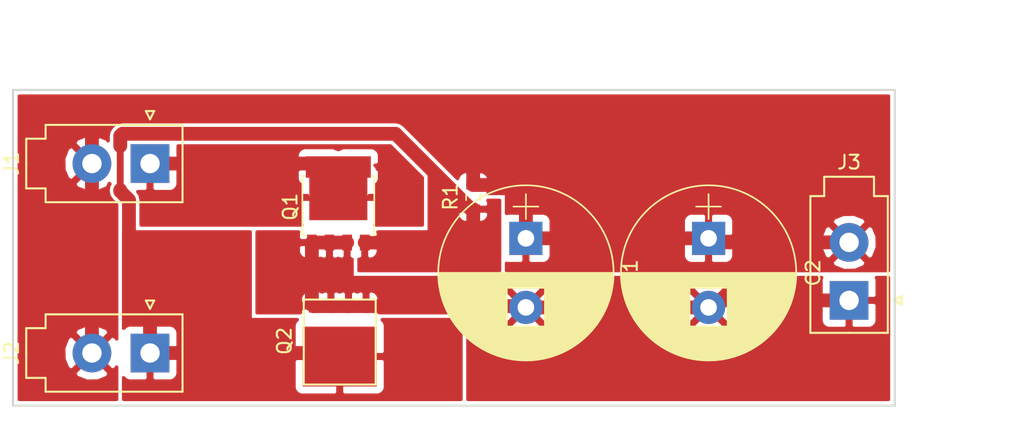
<source format=kicad_pcb>
(kicad_pcb (version 4) (host pcbnew 4.0.7-e2-6376~58~ubuntu16.04.1)

  (general
    (links 32)
    (no_connects 1)
    (area 89.840999 65.964999 153.745506 88.975001)
    (thickness 1.6)
    (drawings 7)
    (tracks 47)
    (zones 0)
    (modules 8)
    (nets 5)
  )

  (page A4)
  (layers
    (0 F.Cu signal)
    (31 B.Cu signal)
    (32 B.Adhes user)
    (33 F.Adhes user)
    (34 B.Paste user)
    (35 F.Paste user)
    (36 B.SilkS user)
    (37 F.SilkS user)
    (38 B.Mask user)
    (39 F.Mask user)
    (40 Dwgs.User user)
    (41 Cmts.User user)
    (42 Eco1.User user)
    (43 Eco2.User user)
    (44 Edge.Cuts user)
    (45 Margin user)
    (46 B.CrtYd user)
    (47 F.CrtYd user)
    (48 B.Fab user)
    (49 F.Fab user)
  )

  (setup
    (last_trace_width 1)
    (trace_clearance 0.254)
    (zone_clearance 0.254)
    (zone_45_only no)
    (trace_min 0.2)
    (segment_width 0.2)
    (edge_width 0.15)
    (via_size 0.6)
    (via_drill 0.4)
    (via_min_size 0.4)
    (via_min_drill 0.3)
    (uvia_size 0.3)
    (uvia_drill 0.1)
    (uvias_allowed no)
    (uvia_min_size 0.2)
    (uvia_min_drill 0.1)
    (pcb_text_width 0.3)
    (pcb_text_size 1.5 1.5)
    (mod_edge_width 0.15)
    (mod_text_size 1 1)
    (mod_text_width 0.15)
    (pad_size 1.524 1.524)
    (pad_drill 0.762)
    (pad_to_mask_clearance 0.2)
    (aux_axis_origin 0 0)
    (visible_elements FFFFEF7F)
    (pcbplotparams
      (layerselection 0x01000_00000001)
      (usegerberextensions false)
      (excludeedgelayer true)
      (linewidth 0.100000)
      (plotframeref false)
      (viasonmask false)
      (mode 1)
      (useauxorigin false)
      (hpglpennumber 1)
      (hpglpenspeed 20)
      (hpglpendiameter 15)
      (hpglpenoverlay 2)
      (psnegative false)
      (psa4output false)
      (plotreference true)
      (plotvalue true)
      (plotinvisibletext false)
      (padsonsilk false)
      (subtractmaskfromsilk false)
      (outputformat 1)
      (mirror false)
      (drillshape 0)
      (scaleselection 1)
      (outputdirectory Gerber/))
  )

  (net 0 "")
  (net 1 /Batt_GND)
  (net 2 /24_Out+)
  (net 3 /Ext_GND)
  (net 4 /24_Out_GND)

  (net_class Default "This is the default net class."
    (clearance 0.254)
    (trace_width 1)
    (via_dia 0.6)
    (via_drill 0.4)
    (uvia_dia 0.3)
    (uvia_drill 0.1)
    (add_net /24_Out+)
    (add_net /24_Out_GND)
    (add_net /Batt_GND)
    (add_net /Ext_GND)
  )

  (module correct_molex:Molex_MiniFit-JR-5556-02A_2x01x4.20mm_Straight (layer F.Cu) (tedit 589BA64B) (tstamp 5A383832)
    (at 99.822 71.374 270)
    (descr "Molex Mini-Fit JR, PN:5556-02A, dual row, top entry type, through hole")
    (tags "connector molex mini-fit 5556")
    (path /5A32E3C6)
    (fp_text reference J1 (at 0 10 270) (layer F.SilkS)
      (effects (font (size 1 1) (thickness 0.15)))
    )
    (fp_text value Batt_In (at 0 -4 270) (layer F.Fab)
      (effects (font (size 1 1) (thickness 0.15)))
    )
    (fp_line (start -2.7 -2.25) (end -2.7 7.45) (layer F.Fab) (width 0.05))
    (fp_line (start -2.7 7.45) (end 2.7 7.45) (layer F.Fab) (width 0.05))
    (fp_line (start 2.7 7.45) (end 2.7 -2.25) (layer F.Fab) (width 0.05))
    (fp_line (start 2.7 -2.25) (end -2.7 -2.25) (layer F.Fab) (width 0.05))
    (fp_line (start -1.7 7.45) (end -1.7 8.85) (layer F.Fab) (width 0.05))
    (fp_line (start -1.7 8.85) (end 1.7 8.85) (layer F.Fab) (width 0.05))
    (fp_line (start 1.7 8.85) (end 1.7 7.45) (layer F.Fab) (width 0.05))
    (fp_line (start -1.75 -1.75) (end -1.75 1.75) (layer F.Fab) (width 0.05))
    (fp_line (start -1.75 1.75) (end 1.75 1.75) (layer F.Fab) (width 0.05))
    (fp_line (start 1.75 1.75) (end 1.75 -1.75) (layer F.Fab) (width 0.05))
    (fp_line (start 1.75 -1.75) (end -1.75 -1.75) (layer F.Fab) (width 0.05))
    (fp_line (start -1.75 5.95) (end -1.75 3.325) (layer F.Fab) (width 0.05))
    (fp_line (start -1.75 3.325) (end -0.875 2.45) (layer F.Fab) (width 0.05))
    (fp_line (start -0.875 2.45) (end 0.875 2.45) (layer F.Fab) (width 0.05))
    (fp_line (start 0.875 2.45) (end 1.75 3.325) (layer F.Fab) (width 0.05))
    (fp_line (start 1.75 3.325) (end 1.75 5.95) (layer F.Fab) (width 0.05))
    (fp_line (start 1.75 5.95) (end -1.75 5.95) (layer F.Fab) (width 0.05))
    (fp_line (start 0 -2.35) (end -2.8 -2.35) (layer F.SilkS) (width 0.15))
    (fp_line (start -2.8 -2.35) (end -2.8 7.55) (layer F.SilkS) (width 0.15))
    (fp_line (start -2.8 7.55) (end -1.8 7.55) (layer F.SilkS) (width 0.15))
    (fp_line (start -1.8 7.55) (end -1.8 8.95) (layer F.SilkS) (width 0.15))
    (fp_line (start -1.8 8.95) (end 0 8.95) (layer F.SilkS) (width 0.15))
    (fp_line (start 0 -2.35) (end 2.8 -2.35) (layer F.SilkS) (width 0.15))
    (fp_line (start 2.8 -2.35) (end 2.8 7.55) (layer F.SilkS) (width 0.15))
    (fp_line (start 2.8 7.55) (end 1.8 7.55) (layer F.SilkS) (width 0.15))
    (fp_line (start 1.8 7.55) (end 1.8 8.95) (layer F.SilkS) (width 0.15))
    (fp_line (start 1.8 8.95) (end 0 8.95) (layer F.SilkS) (width 0.15))
    (fp_line (start -3.2 0) (end -3.8 0.3) (layer F.SilkS) (width 0.15))
    (fp_line (start -3.8 0.3) (end -3.8 -0.3) (layer F.SilkS) (width 0.15))
    (fp_line (start -3.8 -0.3) (end -3.2 0) (layer F.SilkS) (width 0.15))
    (fp_line (start -3.2 -2.75) (end -3.2 9.3) (layer F.CrtYd) (width 0.05))
    (fp_line (start -3.2 9.3) (end 3.2 9.3) (layer F.CrtYd) (width 0.05))
    (fp_line (start 3.2 9.3) (end 3.2 -2.75) (layer F.CrtYd) (width 0.05))
    (fp_line (start 3.2 -2.75) (end -3.2 -2.75) (layer F.CrtYd) (width 0.05))
    (pad 1 thru_hole rect (at 0 0 270) (size 2.8 2.8) (drill 1.4) (layers *.Cu *.Mask)
      (net 1 /Batt_GND))
    (pad 2 thru_hole circle (at 0 4.2 270) (size 2.8 2.8) (drill 1.4) (layers *.Cu *.Mask)
      (net 2 /24_Out+))
    (model C:/Users/BB/Documents/GrabCAD/SUPERBall/SuperBall_V2/Electronics/KiCAD_models/minifit_jr_vert_2.wrl
      (at (xyz 0 0 0))
      (scale (xyz 0.4 0.4 0.4))
      (rotate (xyz 0 0 0))
    )
  )

  (module correct_molex:Molex_MiniFit-JR-5556-02A_2x01x4.20mm_Straight (layer F.Cu) (tedit 589BA64B) (tstamp 5A383838)
    (at 99.822 85.09 270)
    (descr "Molex Mini-Fit JR, PN:5556-02A, dual row, top entry type, through hole")
    (tags "connector molex mini-fit 5556")
    (path /5A3410A2)
    (fp_text reference J2 (at 0 10 270) (layer F.SilkS)
      (effects (font (size 1 1) (thickness 0.15)))
    )
    (fp_text value Ext_In (at 0 -4 270) (layer F.Fab)
      (effects (font (size 1 1) (thickness 0.15)))
    )
    (fp_line (start -2.7 -2.25) (end -2.7 7.45) (layer F.Fab) (width 0.05))
    (fp_line (start -2.7 7.45) (end 2.7 7.45) (layer F.Fab) (width 0.05))
    (fp_line (start 2.7 7.45) (end 2.7 -2.25) (layer F.Fab) (width 0.05))
    (fp_line (start 2.7 -2.25) (end -2.7 -2.25) (layer F.Fab) (width 0.05))
    (fp_line (start -1.7 7.45) (end -1.7 8.85) (layer F.Fab) (width 0.05))
    (fp_line (start -1.7 8.85) (end 1.7 8.85) (layer F.Fab) (width 0.05))
    (fp_line (start 1.7 8.85) (end 1.7 7.45) (layer F.Fab) (width 0.05))
    (fp_line (start -1.75 -1.75) (end -1.75 1.75) (layer F.Fab) (width 0.05))
    (fp_line (start -1.75 1.75) (end 1.75 1.75) (layer F.Fab) (width 0.05))
    (fp_line (start 1.75 1.75) (end 1.75 -1.75) (layer F.Fab) (width 0.05))
    (fp_line (start 1.75 -1.75) (end -1.75 -1.75) (layer F.Fab) (width 0.05))
    (fp_line (start -1.75 5.95) (end -1.75 3.325) (layer F.Fab) (width 0.05))
    (fp_line (start -1.75 3.325) (end -0.875 2.45) (layer F.Fab) (width 0.05))
    (fp_line (start -0.875 2.45) (end 0.875 2.45) (layer F.Fab) (width 0.05))
    (fp_line (start 0.875 2.45) (end 1.75 3.325) (layer F.Fab) (width 0.05))
    (fp_line (start 1.75 3.325) (end 1.75 5.95) (layer F.Fab) (width 0.05))
    (fp_line (start 1.75 5.95) (end -1.75 5.95) (layer F.Fab) (width 0.05))
    (fp_line (start 0 -2.35) (end -2.8 -2.35) (layer F.SilkS) (width 0.15))
    (fp_line (start -2.8 -2.35) (end -2.8 7.55) (layer F.SilkS) (width 0.15))
    (fp_line (start -2.8 7.55) (end -1.8 7.55) (layer F.SilkS) (width 0.15))
    (fp_line (start -1.8 7.55) (end -1.8 8.95) (layer F.SilkS) (width 0.15))
    (fp_line (start -1.8 8.95) (end 0 8.95) (layer F.SilkS) (width 0.15))
    (fp_line (start 0 -2.35) (end 2.8 -2.35) (layer F.SilkS) (width 0.15))
    (fp_line (start 2.8 -2.35) (end 2.8 7.55) (layer F.SilkS) (width 0.15))
    (fp_line (start 2.8 7.55) (end 1.8 7.55) (layer F.SilkS) (width 0.15))
    (fp_line (start 1.8 7.55) (end 1.8 8.95) (layer F.SilkS) (width 0.15))
    (fp_line (start 1.8 8.95) (end 0 8.95) (layer F.SilkS) (width 0.15))
    (fp_line (start -3.2 0) (end -3.8 0.3) (layer F.SilkS) (width 0.15))
    (fp_line (start -3.8 0.3) (end -3.8 -0.3) (layer F.SilkS) (width 0.15))
    (fp_line (start -3.8 -0.3) (end -3.2 0) (layer F.SilkS) (width 0.15))
    (fp_line (start -3.2 -2.75) (end -3.2 9.3) (layer F.CrtYd) (width 0.05))
    (fp_line (start -3.2 9.3) (end 3.2 9.3) (layer F.CrtYd) (width 0.05))
    (fp_line (start 3.2 9.3) (end 3.2 -2.75) (layer F.CrtYd) (width 0.05))
    (fp_line (start 3.2 -2.75) (end -3.2 -2.75) (layer F.CrtYd) (width 0.05))
    (pad 1 thru_hole rect (at 0 0 270) (size 2.8 2.8) (drill 1.4) (layers *.Cu *.Mask)
      (net 3 /Ext_GND))
    (pad 2 thru_hole circle (at 0 4.2 270) (size 2.8 2.8) (drill 1.4) (layers *.Cu *.Mask)
      (net 2 /24_Out+))
    (model C:/Users/BB/Documents/GrabCAD/SUPERBall/SuperBall_V2/Electronics/KiCAD_models/minifit_jr_vert_2.wrl
      (at (xyz 0 0 0))
      (scale (xyz 0.4 0.4 0.4))
      (rotate (xyz 0 0 0))
    )
  )

  (module correct_molex:Molex_MiniFit-JR-5556-02A_2x01x4.20mm_Straight (layer F.Cu) (tedit 589BA64B) (tstamp 5A38383E)
    (at 150.368 81.28 180)
    (descr "Molex Mini-Fit JR, PN:5556-02A, dual row, top entry type, through hole")
    (tags "connector molex mini-fit 5556")
    (path /5A3409E3)
    (fp_text reference J3 (at 0 10 180) (layer F.SilkS)
      (effects (font (size 1 1) (thickness 0.15)))
    )
    (fp_text value 24_Out (at 0 -4 180) (layer F.Fab)
      (effects (font (size 1 1) (thickness 0.15)))
    )
    (fp_line (start -2.7 -2.25) (end -2.7 7.45) (layer F.Fab) (width 0.05))
    (fp_line (start -2.7 7.45) (end 2.7 7.45) (layer F.Fab) (width 0.05))
    (fp_line (start 2.7 7.45) (end 2.7 -2.25) (layer F.Fab) (width 0.05))
    (fp_line (start 2.7 -2.25) (end -2.7 -2.25) (layer F.Fab) (width 0.05))
    (fp_line (start -1.7 7.45) (end -1.7 8.85) (layer F.Fab) (width 0.05))
    (fp_line (start -1.7 8.85) (end 1.7 8.85) (layer F.Fab) (width 0.05))
    (fp_line (start 1.7 8.85) (end 1.7 7.45) (layer F.Fab) (width 0.05))
    (fp_line (start -1.75 -1.75) (end -1.75 1.75) (layer F.Fab) (width 0.05))
    (fp_line (start -1.75 1.75) (end 1.75 1.75) (layer F.Fab) (width 0.05))
    (fp_line (start 1.75 1.75) (end 1.75 -1.75) (layer F.Fab) (width 0.05))
    (fp_line (start 1.75 -1.75) (end -1.75 -1.75) (layer F.Fab) (width 0.05))
    (fp_line (start -1.75 5.95) (end -1.75 3.325) (layer F.Fab) (width 0.05))
    (fp_line (start -1.75 3.325) (end -0.875 2.45) (layer F.Fab) (width 0.05))
    (fp_line (start -0.875 2.45) (end 0.875 2.45) (layer F.Fab) (width 0.05))
    (fp_line (start 0.875 2.45) (end 1.75 3.325) (layer F.Fab) (width 0.05))
    (fp_line (start 1.75 3.325) (end 1.75 5.95) (layer F.Fab) (width 0.05))
    (fp_line (start 1.75 5.95) (end -1.75 5.95) (layer F.Fab) (width 0.05))
    (fp_line (start 0 -2.35) (end -2.8 -2.35) (layer F.SilkS) (width 0.15))
    (fp_line (start -2.8 -2.35) (end -2.8 7.55) (layer F.SilkS) (width 0.15))
    (fp_line (start -2.8 7.55) (end -1.8 7.55) (layer F.SilkS) (width 0.15))
    (fp_line (start -1.8 7.55) (end -1.8 8.95) (layer F.SilkS) (width 0.15))
    (fp_line (start -1.8 8.95) (end 0 8.95) (layer F.SilkS) (width 0.15))
    (fp_line (start 0 -2.35) (end 2.8 -2.35) (layer F.SilkS) (width 0.15))
    (fp_line (start 2.8 -2.35) (end 2.8 7.55) (layer F.SilkS) (width 0.15))
    (fp_line (start 2.8 7.55) (end 1.8 7.55) (layer F.SilkS) (width 0.15))
    (fp_line (start 1.8 7.55) (end 1.8 8.95) (layer F.SilkS) (width 0.15))
    (fp_line (start 1.8 8.95) (end 0 8.95) (layer F.SilkS) (width 0.15))
    (fp_line (start -3.2 0) (end -3.8 0.3) (layer F.SilkS) (width 0.15))
    (fp_line (start -3.8 0.3) (end -3.8 -0.3) (layer F.SilkS) (width 0.15))
    (fp_line (start -3.8 -0.3) (end -3.2 0) (layer F.SilkS) (width 0.15))
    (fp_line (start -3.2 -2.75) (end -3.2 9.3) (layer F.CrtYd) (width 0.05))
    (fp_line (start -3.2 9.3) (end 3.2 9.3) (layer F.CrtYd) (width 0.05))
    (fp_line (start 3.2 9.3) (end 3.2 -2.75) (layer F.CrtYd) (width 0.05))
    (fp_line (start 3.2 -2.75) (end -3.2 -2.75) (layer F.CrtYd) (width 0.05))
    (pad 1 thru_hole rect (at 0 0 180) (size 2.8 2.8) (drill 1.4) (layers *.Cu *.Mask)
      (net 4 /24_Out_GND))
    (pad 2 thru_hole circle (at 0 4.2 180) (size 2.8 2.8) (drill 1.4) (layers *.Cu *.Mask)
      (net 2 /24_Out+))
    (model C:/Users/BB/Documents/GrabCAD/SUPERBall/SuperBall_V2/Electronics/KiCAD_models/minifit_jr_vert_2.wrl
      (at (xyz 0 0 0))
      (scale (xyz 0.4 0.4 0.4))
      (rotate (xyz 0 0 0))
    )
  )

  (module TO_SOT_Packages_SMD:SOT-669_LFPAK (layer F.Cu) (tedit 5919D982) (tstamp 5A383855)
    (at 113.436 74.259 90)
    (descr "LFPAK www.nxp.com/documents/leaflet/939775016838_LR.pdf")
    (tags "LFPAK SOT-669 Power-SO8")
    (path /5A32E387)
    (solder_mask_margin 0.07)
    (solder_paste_margin -0.05)
    (attr smd)
    (fp_text reference Q1 (at -0.245 -3.48 90) (layer F.SilkS)
      (effects (font (size 1 1) (thickness 0.15)))
    )
    (fp_text value PSMN013-80YS (at -0.245 3.52 90) (layer F.Fab)
      (effects (font (size 1 1) (thickness 0.15)))
    )
    (fp_text user %R (at 0 0 180) (layer F.Fab)
      (effects (font (size 1 1) (thickness 0.15)))
    )
    (fp_line (start -2.315 2.4) (end -2.315 2.6) (layer F.SilkS) (width 0.12))
    (fp_line (start -2.315 2.6) (end 1.985 2.6) (layer F.SilkS) (width 0.12))
    (fp_line (start 1.985 2.6) (end 1.985 2.45) (layer F.SilkS) (width 0.12))
    (fp_line (start 1.985 -2.45) (end 1.985 -2.6) (layer F.SilkS) (width 0.12))
    (fp_line (start 1.985 -2.6) (end -2.315 -2.6) (layer F.SilkS) (width 0.12))
    (fp_line (start -2.315 -2.6) (end -2.315 -2.4) (layer F.SilkS) (width 0.12))
    (fp_line (start -2.215 1.7) (end -3.215 1.7) (layer F.Fab) (width 0.1))
    (fp_line (start -3.215 1.7) (end -3.215 2.15) (layer F.Fab) (width 0.1))
    (fp_line (start -3.215 2.15) (end -2.215 2.15) (layer F.Fab) (width 0.1))
    (fp_line (start -2.215 0.4) (end -3.215 0.4) (layer F.Fab) (width 0.1))
    (fp_line (start -3.215 0.4) (end -3.215 0.85) (layer F.Fab) (width 0.1))
    (fp_line (start -3.215 0.85) (end -2.215 0.85) (layer F.Fab) (width 0.1))
    (fp_line (start -2.215 -0.85) (end -3.215 -0.85) (layer F.Fab) (width 0.1))
    (fp_line (start -3.215 -0.85) (end -3.215 -0.4) (layer F.Fab) (width 0.1))
    (fp_line (start -3.215 -0.4) (end -2.215 -0.4) (layer F.Fab) (width 0.1))
    (fp_line (start -3.215 -2.15) (end -3.215 -1.65) (layer F.Fab) (width 0.1))
    (fp_line (start -3.215 -2.15) (end -2.215 -2.15) (layer F.Fab) (width 0.1))
    (fp_line (start -3.215 -1.65) (end -2.215 -1.65) (layer F.Fab) (width 0.1))
    (fp_line (start 3.185 -2.2) (end 3.185 2.2) (layer F.Fab) (width 0.1))
    (fp_line (start 3.185 2.2) (end 1.885 2.2) (layer F.Fab) (width 0.1))
    (fp_line (start 3.185 -2.2) (end 1.885 -2.2) (layer F.Fab) (width 0.1))
    (fp_line (start 1.885 -2.5) (end -2.215 -2.5) (layer F.Fab) (width 0.1))
    (fp_line (start -2.215 -2.5) (end -2.215 2.5) (layer F.Fab) (width 0.1))
    (fp_line (start -2.215 2.5) (end 1.885 2.5) (layer F.Fab) (width 0.1))
    (fp_line (start 1.885 2.5) (end 1.885 -2.5) (layer F.Fab) (width 0.1))
    (fp_line (start 3.67 -2.75) (end 3.67 2.75) (layer F.CrtYd) (width 0.05))
    (fp_line (start 3.67 -2.75) (end -3.67 -2.75) (layer F.CrtYd) (width 0.05))
    (fp_line (start -3.67 2.75) (end 3.67 2.75) (layer F.CrtYd) (width 0.05))
    (fp_line (start -3.67 2.75) (end -3.67 -2.75) (layer F.CrtYd) (width 0.05))
    (pad 5 smd rect (at 0.185 -1.15 90) (size 0.6 0.9) (layers F.Cu F.Paste F.Mask)
      (net 1 /Batt_GND))
    (pad 5 smd rect (at -0.665 -1.15 90) (size 0.6 0.9) (layers F.Cu F.Paste F.Mask)
      (net 1 /Batt_GND))
    (pad 5 smd rect (at 1.035 -1.15 90) (size 0.6 0.9) (layers F.Cu F.Paste F.Mask)
      (net 1 /Batt_GND))
    (pad 5 smd rect (at 0.185 1.15 90) (size 0.6 0.9) (layers F.Cu F.Paste F.Mask)
      (net 1 /Batt_GND))
    (pad 5 smd rect (at -0.665 1.15 90) (size 0.6 0.9) (layers F.Cu F.Paste F.Mask)
      (net 1 /Batt_GND))
    (pad 5 smd rect (at 1.035 1.15 90) (size 0.6 0.9) (layers F.Cu F.Paste F.Mask)
      (net 1 /Batt_GND))
    (pad 5 smd rect (at 1.035 0 90) (size 0.6 0.9) (layers F.Cu F.Paste F.Mask)
      (net 1 /Batt_GND))
    (pad 5 smd rect (at -0.665 0 90) (size 0.6 0.9) (layers F.Cu F.Paste F.Mask)
      (net 1 /Batt_GND))
    (pad 5 smd rect (at 2.885 -1.88) (size 0.6 0.9) (layers F.Cu F.Paste F.Mask)
      (net 1 /Batt_GND))
    (pad 5 smd rect (at 2.885 1.88) (size 0.6 0.9) (layers F.Cu F.Paste F.Mask)
      (net 1 /Batt_GND))
    (pad 5 smd rect (at 2.885 -0.6) (size 0.6 0.9) (layers F.Cu F.Paste F.Mask)
      (net 1 /Batt_GND))
    (pad 2 smd rect (at -2.835 -0.64) (size 0.7 1.15) (layers F.Cu F.Paste F.Mask)
      (net 4 /24_Out_GND) (solder_mask_margin 0.07) (solder_paste_margin -0.05))
    (pad 1 smd rect (at -2.835 -1.91) (size 0.7 1.15) (layers F.Cu F.Paste F.Mask)
      (net 4 /24_Out_GND) (solder_mask_margin 0.07) (solder_paste_margin -0.05))
    (pad 3 smd rect (at -2.835 0.64) (size 0.7 1.15) (layers F.Cu F.Paste F.Mask)
      (net 4 /24_Out_GND) (solder_mask_margin 0.07) (solder_paste_margin -0.05))
    (pad 5 smd rect (at 2.635 0) (size 4.7 1.55) (layers F.Cu F.Paste F.Mask)
      (net 1 /Batt_GND) (solder_mask_margin 0.07))
    (pad 5 smd rect (at 0.435 0) (size 4.2 3.3) (layers F.Cu F.Paste F.Mask)
      (net 1 /Batt_GND) (solder_mask_margin 0.07))
    (pad 4 smd rect (at -2.835 1.91) (size 0.7 1.15) (layers F.Cu F.Paste F.Mask)
      (net 3 /Ext_GND) (solder_mask_margin 0.07) (solder_paste_margin -0.05))
    (pad 5 smd rect (at 2.885 0.6) (size 0.6 0.9) (layers F.Cu F.Paste F.Mask)
      (net 1 /Batt_GND))
    (pad 5 smd rect (at 0.185 0 90) (size 0.6 0.9) (layers F.Cu F.Paste F.Mask)
      (net 1 /Batt_GND))
    (model ${KISYS3DMOD}/TO_SOT_Packages_SMD.3dshapes/SOT-669_LFPAK.wrl
      (at (xyz 0 0 0))
      (scale (xyz 1 1 1))
      (rotate (xyz 0 0 0))
    )
  )

  (module PowerFLAT:PowerFLAT (layer F.Cu) (tedit 5A38375E) (tstamp 5A38385E)
    (at 113.538 81.219 270)
    (path /5A340E50)
    (fp_text reference Q2 (at 3 4 270) (layer F.SilkS)
      (effects (font (size 1 1) (thickness 0.15)))
    )
    (fp_text value STPS30MxxxDJF (at 3 -4 270) (layer F.Fab)
      (effects (font (size 1 1) (thickness 0.15)))
    )
    (fp_line (start 0 2.6) (end 0 -2.6) (layer F.SilkS) (width 0.15))
    (fp_line (start 6.15 2.6) (end 0 2.6) (layer F.SilkS) (width 0.15))
    (fp_line (start 6.15 -2.6) (end 6.15 2.6) (layer F.SilkS) (width 0.15))
    (fp_line (start 0 -2.6) (end 6.15 -2.6) (layer F.SilkS) (width 0.15))
    (pad 1 smd rect (at 0.475 -1.905 270) (size 0.95 0.62) (layers F.Cu F.Paste F.Mask)
      (net 4 /24_Out_GND))
    (pad 2 smd rect (at 0.475 -0.635 270) (size 0.95 0.62) (layers F.Cu F.Paste F.Mask)
      (net 4 /24_Out_GND))
    (pad 3 smd rect (at 0.475 0.635 270) (size 0.95 0.62) (layers F.Cu F.Paste F.Mask)
      (net 4 /24_Out_GND))
    (pad 4 smd rect (at 0.475 1.905 270) (size 0.95 0.62) (layers F.Cu F.Paste F.Mask)
      (net 4 /24_Out_GND))
    (pad 5 smd rect (at 4.125 0 270) (size 4.33 5.35) (layers F.Cu F.Paste F.Mask)
      (net 3 /Ext_GND))
  )

  (module Resistor_SMD:R_0603_1608Metric (layer F.Cu) (tedit 59FE48B8) (tstamp 5A383864)
    (at 123.19 73.801 90)
    (descr "Resistor SMD 0603 (1608 Metric), square (rectangular) end terminal, IPC_7351 nominal, (Body size source: http://www.tortai-tech.com/upload/download/2011102023233369053.pdf), generated with kicad-footprint-generator")
    (tags resistor)
    (path /5A32E425)
    (attr smd)
    (fp_text reference R1 (at 0 -1.65 90) (layer F.SilkS)
      (effects (font (size 1 1) (thickness 0.15)))
    )
    (fp_text value 100K (at 0 1.65 90) (layer F.Fab)
      (effects (font (size 1 1) (thickness 0.15)))
    )
    (fp_line (start -0.8 0.4) (end -0.8 -0.4) (layer F.Fab) (width 0.1))
    (fp_line (start -0.8 -0.4) (end 0.8 -0.4) (layer F.Fab) (width 0.1))
    (fp_line (start 0.8 -0.4) (end 0.8 0.4) (layer F.Fab) (width 0.1))
    (fp_line (start 0.8 0.4) (end -0.8 0.4) (layer F.Fab) (width 0.1))
    (fp_line (start -0.22 -0.51) (end 0.22 -0.51) (layer F.SilkS) (width 0.12))
    (fp_line (start -0.22 0.51) (end 0.22 0.51) (layer F.SilkS) (width 0.12))
    (fp_line (start -1.46 0.75) (end -1.46 -0.75) (layer F.CrtYd) (width 0.05))
    (fp_line (start -1.46 -0.75) (end 1.46 -0.75) (layer F.CrtYd) (width 0.05))
    (fp_line (start 1.46 -0.75) (end 1.46 0.75) (layer F.CrtYd) (width 0.05))
    (fp_line (start 1.46 0.75) (end -1.46 0.75) (layer F.CrtYd) (width 0.05))
    (fp_text user %R (at 0 0 90) (layer F.Fab)
      (effects (font (size 0.5 0.5) (thickness 0.08)))
    )
    (pad 1 smd rect (at -0.875 0 90) (size 0.67 1) (layers F.Cu F.Paste F.Mask)
      (net 3 /Ext_GND))
    (pad 2 smd rect (at 0.875 0 90) (size 0.67 1) (layers F.Cu F.Paste F.Mask)
      (net 2 /24_Out+))
    (model ${KISYS3DMOD}/Resistor_SMD.3dshapes/R_0603_1608Metric.wrl
      (at (xyz 0 0 0))
      (scale (xyz 1 1 1))
      (rotate (xyz 0 0 0))
    )
  )

  (module Capacitors_THT:CP_Radial_D12.5mm_P5.00mm (layer F.Cu) (tedit 597BC7C2) (tstamp 5A38412C)
    (at 127 76.788 270)
    (descr "CP, Radial series, Radial, pin pitch=5.00mm, , diameter=12.5mm, Electrolytic Capacitor")
    (tags "CP Radial series Radial pin pitch 5.00mm  diameter 12.5mm Electrolytic Capacitor")
    (path /5A38400A)
    (fp_text reference C1 (at 2.5 -7.56 270) (layer F.SilkS)
      (effects (font (size 1 1) (thickness 0.15)))
    )
    (fp_text value 1mF (at 2.5 7.56 270) (layer F.Fab)
      (effects (font (size 1 1) (thickness 0.15)))
    )
    (fp_circle (center 2.5 0) (end 8.75 0) (layer F.Fab) (width 0.1))
    (fp_circle (center 2.5 0) (end 8.84 0) (layer F.SilkS) (width 0.12))
    (fp_line (start -3.2 0) (end -1.4 0) (layer F.Fab) (width 0.1))
    (fp_line (start -2.3 -0.9) (end -2.3 0.9) (layer F.Fab) (width 0.1))
    (fp_line (start 2.5 -6.3) (end 2.5 6.3) (layer F.SilkS) (width 0.12))
    (fp_line (start 2.54 -6.3) (end 2.54 6.3) (layer F.SilkS) (width 0.12))
    (fp_line (start 2.58 -6.3) (end 2.58 6.3) (layer F.SilkS) (width 0.12))
    (fp_line (start 2.62 -6.299) (end 2.62 6.299) (layer F.SilkS) (width 0.12))
    (fp_line (start 2.66 -6.298) (end 2.66 6.298) (layer F.SilkS) (width 0.12))
    (fp_line (start 2.7 -6.297) (end 2.7 6.297) (layer F.SilkS) (width 0.12))
    (fp_line (start 2.74 -6.296) (end 2.74 6.296) (layer F.SilkS) (width 0.12))
    (fp_line (start 2.78 -6.294) (end 2.78 6.294) (layer F.SilkS) (width 0.12))
    (fp_line (start 2.82 -6.292) (end 2.82 6.292) (layer F.SilkS) (width 0.12))
    (fp_line (start 2.86 -6.29) (end 2.86 6.29) (layer F.SilkS) (width 0.12))
    (fp_line (start 2.9 -6.288) (end 2.9 6.288) (layer F.SilkS) (width 0.12))
    (fp_line (start 2.94 -6.285) (end 2.94 6.285) (layer F.SilkS) (width 0.12))
    (fp_line (start 2.98 -6.282) (end 2.98 6.282) (layer F.SilkS) (width 0.12))
    (fp_line (start 3.02 -6.279) (end 3.02 6.279) (layer F.SilkS) (width 0.12))
    (fp_line (start 3.06 -6.276) (end 3.06 6.276) (layer F.SilkS) (width 0.12))
    (fp_line (start 3.1 -6.272) (end 3.1 6.272) (layer F.SilkS) (width 0.12))
    (fp_line (start 3.14 -6.268) (end 3.14 6.268) (layer F.SilkS) (width 0.12))
    (fp_line (start 3.18 -6.264) (end 3.18 6.264) (layer F.SilkS) (width 0.12))
    (fp_line (start 3.221 -6.259) (end 3.221 6.259) (layer F.SilkS) (width 0.12))
    (fp_line (start 3.261 -6.255) (end 3.261 6.255) (layer F.SilkS) (width 0.12))
    (fp_line (start 3.301 -6.25) (end 3.301 6.25) (layer F.SilkS) (width 0.12))
    (fp_line (start 3.341 -6.245) (end 3.341 6.245) (layer F.SilkS) (width 0.12))
    (fp_line (start 3.381 -6.239) (end 3.381 6.239) (layer F.SilkS) (width 0.12))
    (fp_line (start 3.421 -6.233) (end 3.421 6.233) (layer F.SilkS) (width 0.12))
    (fp_line (start 3.461 -6.227) (end 3.461 6.227) (layer F.SilkS) (width 0.12))
    (fp_line (start 3.501 -6.221) (end 3.501 6.221) (layer F.SilkS) (width 0.12))
    (fp_line (start 3.541 -6.215) (end 3.541 6.215) (layer F.SilkS) (width 0.12))
    (fp_line (start 3.581 -6.208) (end 3.581 6.208) (layer F.SilkS) (width 0.12))
    (fp_line (start 3.621 -6.201) (end 3.621 -1.38) (layer F.SilkS) (width 0.12))
    (fp_line (start 3.621 1.38) (end 3.621 6.201) (layer F.SilkS) (width 0.12))
    (fp_line (start 3.661 -6.193) (end 3.661 -1.38) (layer F.SilkS) (width 0.12))
    (fp_line (start 3.661 1.38) (end 3.661 6.193) (layer F.SilkS) (width 0.12))
    (fp_line (start 3.701 -6.186) (end 3.701 -1.38) (layer F.SilkS) (width 0.12))
    (fp_line (start 3.701 1.38) (end 3.701 6.186) (layer F.SilkS) (width 0.12))
    (fp_line (start 3.741 -6.178) (end 3.741 -1.38) (layer F.SilkS) (width 0.12))
    (fp_line (start 3.741 1.38) (end 3.741 6.178) (layer F.SilkS) (width 0.12))
    (fp_line (start 3.781 -6.17) (end 3.781 -1.38) (layer F.SilkS) (width 0.12))
    (fp_line (start 3.781 1.38) (end 3.781 6.17) (layer F.SilkS) (width 0.12))
    (fp_line (start 3.821 -6.162) (end 3.821 -1.38) (layer F.SilkS) (width 0.12))
    (fp_line (start 3.821 1.38) (end 3.821 6.162) (layer F.SilkS) (width 0.12))
    (fp_line (start 3.861 -6.153) (end 3.861 -1.38) (layer F.SilkS) (width 0.12))
    (fp_line (start 3.861 1.38) (end 3.861 6.153) (layer F.SilkS) (width 0.12))
    (fp_line (start 3.901 -6.144) (end 3.901 -1.38) (layer F.SilkS) (width 0.12))
    (fp_line (start 3.901 1.38) (end 3.901 6.144) (layer F.SilkS) (width 0.12))
    (fp_line (start 3.941 -6.135) (end 3.941 -1.38) (layer F.SilkS) (width 0.12))
    (fp_line (start 3.941 1.38) (end 3.941 6.135) (layer F.SilkS) (width 0.12))
    (fp_line (start 3.981 -6.125) (end 3.981 -1.38) (layer F.SilkS) (width 0.12))
    (fp_line (start 3.981 1.38) (end 3.981 6.125) (layer F.SilkS) (width 0.12))
    (fp_line (start 4.021 -6.116) (end 4.021 -1.38) (layer F.SilkS) (width 0.12))
    (fp_line (start 4.021 1.38) (end 4.021 6.116) (layer F.SilkS) (width 0.12))
    (fp_line (start 4.061 -6.106) (end 4.061 -1.38) (layer F.SilkS) (width 0.12))
    (fp_line (start 4.061 1.38) (end 4.061 6.106) (layer F.SilkS) (width 0.12))
    (fp_line (start 4.101 -6.095) (end 4.101 -1.38) (layer F.SilkS) (width 0.12))
    (fp_line (start 4.101 1.38) (end 4.101 6.095) (layer F.SilkS) (width 0.12))
    (fp_line (start 4.141 -6.085) (end 4.141 -1.38) (layer F.SilkS) (width 0.12))
    (fp_line (start 4.141 1.38) (end 4.141 6.085) (layer F.SilkS) (width 0.12))
    (fp_line (start 4.181 -6.074) (end 4.181 -1.38) (layer F.SilkS) (width 0.12))
    (fp_line (start 4.181 1.38) (end 4.181 6.074) (layer F.SilkS) (width 0.12))
    (fp_line (start 4.221 -6.063) (end 4.221 -1.38) (layer F.SilkS) (width 0.12))
    (fp_line (start 4.221 1.38) (end 4.221 6.063) (layer F.SilkS) (width 0.12))
    (fp_line (start 4.261 -6.051) (end 4.261 -1.38) (layer F.SilkS) (width 0.12))
    (fp_line (start 4.261 1.38) (end 4.261 6.051) (layer F.SilkS) (width 0.12))
    (fp_line (start 4.301 -6.04) (end 4.301 -1.38) (layer F.SilkS) (width 0.12))
    (fp_line (start 4.301 1.38) (end 4.301 6.04) (layer F.SilkS) (width 0.12))
    (fp_line (start 4.341 -6.028) (end 4.341 -1.38) (layer F.SilkS) (width 0.12))
    (fp_line (start 4.341 1.38) (end 4.341 6.028) (layer F.SilkS) (width 0.12))
    (fp_line (start 4.381 -6.015) (end 4.381 -1.38) (layer F.SilkS) (width 0.12))
    (fp_line (start 4.381 1.38) (end 4.381 6.015) (layer F.SilkS) (width 0.12))
    (fp_line (start 4.421 -6.003) (end 4.421 -1.38) (layer F.SilkS) (width 0.12))
    (fp_line (start 4.421 1.38) (end 4.421 6.003) (layer F.SilkS) (width 0.12))
    (fp_line (start 4.461 -5.99) (end 4.461 -1.38) (layer F.SilkS) (width 0.12))
    (fp_line (start 4.461 1.38) (end 4.461 5.99) (layer F.SilkS) (width 0.12))
    (fp_line (start 4.501 -5.977) (end 4.501 -1.38) (layer F.SilkS) (width 0.12))
    (fp_line (start 4.501 1.38) (end 4.501 5.977) (layer F.SilkS) (width 0.12))
    (fp_line (start 4.541 -5.963) (end 4.541 -1.38) (layer F.SilkS) (width 0.12))
    (fp_line (start 4.541 1.38) (end 4.541 5.963) (layer F.SilkS) (width 0.12))
    (fp_line (start 4.581 -5.95) (end 4.581 -1.38) (layer F.SilkS) (width 0.12))
    (fp_line (start 4.581 1.38) (end 4.581 5.95) (layer F.SilkS) (width 0.12))
    (fp_line (start 4.621 -5.936) (end 4.621 -1.38) (layer F.SilkS) (width 0.12))
    (fp_line (start 4.621 1.38) (end 4.621 5.936) (layer F.SilkS) (width 0.12))
    (fp_line (start 4.661 -5.921) (end 4.661 -1.38) (layer F.SilkS) (width 0.12))
    (fp_line (start 4.661 1.38) (end 4.661 5.921) (layer F.SilkS) (width 0.12))
    (fp_line (start 4.701 -5.907) (end 4.701 -1.38) (layer F.SilkS) (width 0.12))
    (fp_line (start 4.701 1.38) (end 4.701 5.907) (layer F.SilkS) (width 0.12))
    (fp_line (start 4.741 -5.892) (end 4.741 -1.38) (layer F.SilkS) (width 0.12))
    (fp_line (start 4.741 1.38) (end 4.741 5.892) (layer F.SilkS) (width 0.12))
    (fp_line (start 4.781 -5.876) (end 4.781 -1.38) (layer F.SilkS) (width 0.12))
    (fp_line (start 4.781 1.38) (end 4.781 5.876) (layer F.SilkS) (width 0.12))
    (fp_line (start 4.821 -5.861) (end 4.821 -1.38) (layer F.SilkS) (width 0.12))
    (fp_line (start 4.821 1.38) (end 4.821 5.861) (layer F.SilkS) (width 0.12))
    (fp_line (start 4.861 -5.845) (end 4.861 -1.38) (layer F.SilkS) (width 0.12))
    (fp_line (start 4.861 1.38) (end 4.861 5.845) (layer F.SilkS) (width 0.12))
    (fp_line (start 4.901 -5.829) (end 4.901 -1.38) (layer F.SilkS) (width 0.12))
    (fp_line (start 4.901 1.38) (end 4.901 5.829) (layer F.SilkS) (width 0.12))
    (fp_line (start 4.941 -5.812) (end 4.941 -1.38) (layer F.SilkS) (width 0.12))
    (fp_line (start 4.941 1.38) (end 4.941 5.812) (layer F.SilkS) (width 0.12))
    (fp_line (start 4.981 -5.795) (end 4.981 -1.38) (layer F.SilkS) (width 0.12))
    (fp_line (start 4.981 1.38) (end 4.981 5.795) (layer F.SilkS) (width 0.12))
    (fp_line (start 5.021 -5.778) (end 5.021 -1.38) (layer F.SilkS) (width 0.12))
    (fp_line (start 5.021 1.38) (end 5.021 5.778) (layer F.SilkS) (width 0.12))
    (fp_line (start 5.061 -5.761) (end 5.061 -1.38) (layer F.SilkS) (width 0.12))
    (fp_line (start 5.061 1.38) (end 5.061 5.761) (layer F.SilkS) (width 0.12))
    (fp_line (start 5.101 -5.743) (end 5.101 -1.38) (layer F.SilkS) (width 0.12))
    (fp_line (start 5.101 1.38) (end 5.101 5.743) (layer F.SilkS) (width 0.12))
    (fp_line (start 5.141 -5.725) (end 5.141 -1.38) (layer F.SilkS) (width 0.12))
    (fp_line (start 5.141 1.38) (end 5.141 5.725) (layer F.SilkS) (width 0.12))
    (fp_line (start 5.181 -5.706) (end 5.181 -1.38) (layer F.SilkS) (width 0.12))
    (fp_line (start 5.181 1.38) (end 5.181 5.706) (layer F.SilkS) (width 0.12))
    (fp_line (start 5.221 -5.687) (end 5.221 -1.38) (layer F.SilkS) (width 0.12))
    (fp_line (start 5.221 1.38) (end 5.221 5.687) (layer F.SilkS) (width 0.12))
    (fp_line (start 5.261 -5.668) (end 5.261 -1.38) (layer F.SilkS) (width 0.12))
    (fp_line (start 5.261 1.38) (end 5.261 5.668) (layer F.SilkS) (width 0.12))
    (fp_line (start 5.301 -5.649) (end 5.301 -1.38) (layer F.SilkS) (width 0.12))
    (fp_line (start 5.301 1.38) (end 5.301 5.649) (layer F.SilkS) (width 0.12))
    (fp_line (start 5.341 -5.629) (end 5.341 -1.38) (layer F.SilkS) (width 0.12))
    (fp_line (start 5.341 1.38) (end 5.341 5.629) (layer F.SilkS) (width 0.12))
    (fp_line (start 5.381 -5.609) (end 5.381 -1.38) (layer F.SilkS) (width 0.12))
    (fp_line (start 5.381 1.38) (end 5.381 5.609) (layer F.SilkS) (width 0.12))
    (fp_line (start 5.421 -5.588) (end 5.421 -1.38) (layer F.SilkS) (width 0.12))
    (fp_line (start 5.421 1.38) (end 5.421 5.588) (layer F.SilkS) (width 0.12))
    (fp_line (start 5.461 -5.567) (end 5.461 -1.38) (layer F.SilkS) (width 0.12))
    (fp_line (start 5.461 1.38) (end 5.461 5.567) (layer F.SilkS) (width 0.12))
    (fp_line (start 5.501 -5.546) (end 5.501 -1.38) (layer F.SilkS) (width 0.12))
    (fp_line (start 5.501 1.38) (end 5.501 5.546) (layer F.SilkS) (width 0.12))
    (fp_line (start 5.541 -5.524) (end 5.541 -1.38) (layer F.SilkS) (width 0.12))
    (fp_line (start 5.541 1.38) (end 5.541 5.524) (layer F.SilkS) (width 0.12))
    (fp_line (start 5.581 -5.502) (end 5.581 -1.38) (layer F.SilkS) (width 0.12))
    (fp_line (start 5.581 1.38) (end 5.581 5.502) (layer F.SilkS) (width 0.12))
    (fp_line (start 5.621 -5.48) (end 5.621 -1.38) (layer F.SilkS) (width 0.12))
    (fp_line (start 5.621 1.38) (end 5.621 5.48) (layer F.SilkS) (width 0.12))
    (fp_line (start 5.661 -5.457) (end 5.661 -1.38) (layer F.SilkS) (width 0.12))
    (fp_line (start 5.661 1.38) (end 5.661 5.457) (layer F.SilkS) (width 0.12))
    (fp_line (start 5.701 -5.434) (end 5.701 -1.38) (layer F.SilkS) (width 0.12))
    (fp_line (start 5.701 1.38) (end 5.701 5.434) (layer F.SilkS) (width 0.12))
    (fp_line (start 5.741 -5.41) (end 5.741 -1.38) (layer F.SilkS) (width 0.12))
    (fp_line (start 5.741 1.38) (end 5.741 5.41) (layer F.SilkS) (width 0.12))
    (fp_line (start 5.781 -5.386) (end 5.781 -1.38) (layer F.SilkS) (width 0.12))
    (fp_line (start 5.781 1.38) (end 5.781 5.386) (layer F.SilkS) (width 0.12))
    (fp_line (start 5.821 -5.362) (end 5.821 -1.38) (layer F.SilkS) (width 0.12))
    (fp_line (start 5.821 1.38) (end 5.821 5.362) (layer F.SilkS) (width 0.12))
    (fp_line (start 5.861 -5.337) (end 5.861 -1.38) (layer F.SilkS) (width 0.12))
    (fp_line (start 5.861 1.38) (end 5.861 5.337) (layer F.SilkS) (width 0.12))
    (fp_line (start 5.901 -5.312) (end 5.901 -1.38) (layer F.SilkS) (width 0.12))
    (fp_line (start 5.901 1.38) (end 5.901 5.312) (layer F.SilkS) (width 0.12))
    (fp_line (start 5.941 -5.286) (end 5.941 -1.38) (layer F.SilkS) (width 0.12))
    (fp_line (start 5.941 1.38) (end 5.941 5.286) (layer F.SilkS) (width 0.12))
    (fp_line (start 5.981 -5.26) (end 5.981 -1.38) (layer F.SilkS) (width 0.12))
    (fp_line (start 5.981 1.38) (end 5.981 5.26) (layer F.SilkS) (width 0.12))
    (fp_line (start 6.021 -5.234) (end 6.021 -1.38) (layer F.SilkS) (width 0.12))
    (fp_line (start 6.021 1.38) (end 6.021 5.234) (layer F.SilkS) (width 0.12))
    (fp_line (start 6.061 -5.207) (end 6.061 -1.38) (layer F.SilkS) (width 0.12))
    (fp_line (start 6.061 1.38) (end 6.061 5.207) (layer F.SilkS) (width 0.12))
    (fp_line (start 6.101 -5.179) (end 6.101 -1.38) (layer F.SilkS) (width 0.12))
    (fp_line (start 6.101 1.38) (end 6.101 5.179) (layer F.SilkS) (width 0.12))
    (fp_line (start 6.141 -5.151) (end 6.141 -1.38) (layer F.SilkS) (width 0.12))
    (fp_line (start 6.141 1.38) (end 6.141 5.151) (layer F.SilkS) (width 0.12))
    (fp_line (start 6.181 -5.123) (end 6.181 -1.38) (layer F.SilkS) (width 0.12))
    (fp_line (start 6.181 1.38) (end 6.181 5.123) (layer F.SilkS) (width 0.12))
    (fp_line (start 6.221 -5.094) (end 6.221 -1.38) (layer F.SilkS) (width 0.12))
    (fp_line (start 6.221 1.38) (end 6.221 5.094) (layer F.SilkS) (width 0.12))
    (fp_line (start 6.261 -5.065) (end 6.261 -1.38) (layer F.SilkS) (width 0.12))
    (fp_line (start 6.261 1.38) (end 6.261 5.065) (layer F.SilkS) (width 0.12))
    (fp_line (start 6.301 -5.035) (end 6.301 -1.38) (layer F.SilkS) (width 0.12))
    (fp_line (start 6.301 1.38) (end 6.301 5.035) (layer F.SilkS) (width 0.12))
    (fp_line (start 6.341 -5.005) (end 6.341 -1.38) (layer F.SilkS) (width 0.12))
    (fp_line (start 6.341 1.38) (end 6.341 5.005) (layer F.SilkS) (width 0.12))
    (fp_line (start 6.381 -4.975) (end 6.381 4.975) (layer F.SilkS) (width 0.12))
    (fp_line (start 6.421 -4.943) (end 6.421 4.943) (layer F.SilkS) (width 0.12))
    (fp_line (start 6.461 -4.912) (end 6.461 4.912) (layer F.SilkS) (width 0.12))
    (fp_line (start 6.501 -4.879) (end 6.501 4.879) (layer F.SilkS) (width 0.12))
    (fp_line (start 6.541 -4.847) (end 6.541 4.847) (layer F.SilkS) (width 0.12))
    (fp_line (start 6.581 -4.813) (end 6.581 4.813) (layer F.SilkS) (width 0.12))
    (fp_line (start 6.621 -4.779) (end 6.621 4.779) (layer F.SilkS) (width 0.12))
    (fp_line (start 6.661 -4.745) (end 6.661 4.745) (layer F.SilkS) (width 0.12))
    (fp_line (start 6.701 -4.71) (end 6.701 4.71) (layer F.SilkS) (width 0.12))
    (fp_line (start 6.741 -4.674) (end 6.741 4.674) (layer F.SilkS) (width 0.12))
    (fp_line (start 6.781 -4.638) (end 6.781 4.638) (layer F.SilkS) (width 0.12))
    (fp_line (start 6.821 -4.601) (end 6.821 4.601) (layer F.SilkS) (width 0.12))
    (fp_line (start 6.861 -4.563) (end 6.861 4.563) (layer F.SilkS) (width 0.12))
    (fp_line (start 6.901 -4.525) (end 6.901 4.525) (layer F.SilkS) (width 0.12))
    (fp_line (start 6.941 -4.486) (end 6.941 4.486) (layer F.SilkS) (width 0.12))
    (fp_line (start 6.981 -4.447) (end 6.981 4.447) (layer F.SilkS) (width 0.12))
    (fp_line (start 7.021 -4.406) (end 7.021 4.406) (layer F.SilkS) (width 0.12))
    (fp_line (start 7.061 -4.365) (end 7.061 4.365) (layer F.SilkS) (width 0.12))
    (fp_line (start 7.101 -4.323) (end 7.101 4.323) (layer F.SilkS) (width 0.12))
    (fp_line (start 7.141 -4.281) (end 7.141 4.281) (layer F.SilkS) (width 0.12))
    (fp_line (start 7.181 -4.238) (end 7.181 4.238) (layer F.SilkS) (width 0.12))
    (fp_line (start 7.221 -4.193) (end 7.221 4.193) (layer F.SilkS) (width 0.12))
    (fp_line (start 7.261 -4.148) (end 7.261 4.148) (layer F.SilkS) (width 0.12))
    (fp_line (start 7.301 -4.102) (end 7.301 4.102) (layer F.SilkS) (width 0.12))
    (fp_line (start 7.341 -4.056) (end 7.341 4.056) (layer F.SilkS) (width 0.12))
    (fp_line (start 7.381 -4.008) (end 7.381 4.008) (layer F.SilkS) (width 0.12))
    (fp_line (start 7.421 -3.959) (end 7.421 3.959) (layer F.SilkS) (width 0.12))
    (fp_line (start 7.461 -3.909) (end 7.461 3.909) (layer F.SilkS) (width 0.12))
    (fp_line (start 7.501 -3.859) (end 7.501 3.859) (layer F.SilkS) (width 0.12))
    (fp_line (start 7.541 -3.807) (end 7.541 3.807) (layer F.SilkS) (width 0.12))
    (fp_line (start 7.581 -3.754) (end 7.581 3.754) (layer F.SilkS) (width 0.12))
    (fp_line (start 7.621 -3.7) (end 7.621 3.7) (layer F.SilkS) (width 0.12))
    (fp_line (start 7.661 -3.644) (end 7.661 3.644) (layer F.SilkS) (width 0.12))
    (fp_line (start 7.701 -3.588) (end 7.701 3.588) (layer F.SilkS) (width 0.12))
    (fp_line (start 7.741 -3.53) (end 7.741 3.53) (layer F.SilkS) (width 0.12))
    (fp_line (start 7.781 -3.47) (end 7.781 3.47) (layer F.SilkS) (width 0.12))
    (fp_line (start 7.821 -3.409) (end 7.821 3.409) (layer F.SilkS) (width 0.12))
    (fp_line (start 7.861 -3.347) (end 7.861 3.347) (layer F.SilkS) (width 0.12))
    (fp_line (start 7.901 -3.282) (end 7.901 3.282) (layer F.SilkS) (width 0.12))
    (fp_line (start 7.941 -3.217) (end 7.941 3.217) (layer F.SilkS) (width 0.12))
    (fp_line (start 7.981 -3.149) (end 7.981 3.149) (layer F.SilkS) (width 0.12))
    (fp_line (start 8.021 -3.079) (end 8.021 3.079) (layer F.SilkS) (width 0.12))
    (fp_line (start 8.061 -3.007) (end 8.061 3.007) (layer F.SilkS) (width 0.12))
    (fp_line (start 8.101 -2.933) (end 8.101 2.933) (layer F.SilkS) (width 0.12))
    (fp_line (start 8.141 -2.856) (end 8.141 2.856) (layer F.SilkS) (width 0.12))
    (fp_line (start 8.181 -2.777) (end 8.181 2.777) (layer F.SilkS) (width 0.12))
    (fp_line (start 8.221 -2.695) (end 8.221 2.695) (layer F.SilkS) (width 0.12))
    (fp_line (start 8.261 -2.61) (end 8.261 2.61) (layer F.SilkS) (width 0.12))
    (fp_line (start 8.301 -2.521) (end 8.301 2.521) (layer F.SilkS) (width 0.12))
    (fp_line (start 8.341 -2.428) (end 8.341 2.428) (layer F.SilkS) (width 0.12))
    (fp_line (start 8.381 -2.331) (end 8.381 2.331) (layer F.SilkS) (width 0.12))
    (fp_line (start 8.421 -2.23) (end 8.421 2.23) (layer F.SilkS) (width 0.12))
    (fp_line (start 8.461 -2.122) (end 8.461 2.122) (layer F.SilkS) (width 0.12))
    (fp_line (start 8.501 -2.009) (end 8.501 2.009) (layer F.SilkS) (width 0.12))
    (fp_line (start 8.541 -1.888) (end 8.541 1.888) (layer F.SilkS) (width 0.12))
    (fp_line (start 8.581 -1.757) (end 8.581 1.757) (layer F.SilkS) (width 0.12))
    (fp_line (start 8.621 -1.616) (end 8.621 1.616) (layer F.SilkS) (width 0.12))
    (fp_line (start 8.661 -1.46) (end 8.661 1.46) (layer F.SilkS) (width 0.12))
    (fp_line (start 8.701 -1.285) (end 8.701 1.285) (layer F.SilkS) (width 0.12))
    (fp_line (start 8.741 -1.082) (end 8.741 1.082) (layer F.SilkS) (width 0.12))
    (fp_line (start 8.781 -0.831) (end 8.781 0.831) (layer F.SilkS) (width 0.12))
    (fp_line (start 8.821 -0.464) (end 8.821 0.464) (layer F.SilkS) (width 0.12))
    (fp_line (start -3.2 0) (end -1.4 0) (layer F.SilkS) (width 0.12))
    (fp_line (start -2.3 -0.9) (end -2.3 0.9) (layer F.SilkS) (width 0.12))
    (fp_line (start -4.1 -6.6) (end -4.1 6.6) (layer F.CrtYd) (width 0.05))
    (fp_line (start -4.1 6.6) (end 9.1 6.6) (layer F.CrtYd) (width 0.05))
    (fp_line (start 9.1 6.6) (end 9.1 -6.6) (layer F.CrtYd) (width 0.05))
    (fp_line (start 9.1 -6.6) (end -4.1 -6.6) (layer F.CrtYd) (width 0.05))
    (fp_text user %R (at 2.5 0 270) (layer F.Fab)
      (effects (font (size 1 1) (thickness 0.15)))
    )
    (pad 1 thru_hole rect (at 0 0 270) (size 2.4 2.4) (drill 1.2) (layers *.Cu *.Mask)
      (net 2 /24_Out+))
    (pad 2 thru_hole circle (at 5 0 270) (size 2.4 2.4) (drill 1.2) (layers *.Cu *.Mask)
      (net 4 /24_Out_GND))
    (model ${KISYS3DMOD}/Capacitors_THT.3dshapes/CP_Radial_D12.5mm_P5.00mm.wrl
      (at (xyz 0 0 0))
      (scale (xyz 1 1 1))
      (rotate (xyz 0 0 0))
    )
  )

  (module Capacitors_THT:CP_Radial_D12.5mm_P5.00mm (layer F.Cu) (tedit 597BC7C2) (tstamp 5A384132)
    (at 140.208 76.788 270)
    (descr "CP, Radial series, Radial, pin pitch=5.00mm, , diameter=12.5mm, Electrolytic Capacitor")
    (tags "CP Radial series Radial pin pitch 5.00mm  diameter 12.5mm Electrolytic Capacitor")
    (path /5A3840C1)
    (fp_text reference C2 (at 2.5 -7.56 270) (layer F.SilkS)
      (effects (font (size 1 1) (thickness 0.15)))
    )
    (fp_text value 1mF (at 2.5 7.56 270) (layer F.Fab)
      (effects (font (size 1 1) (thickness 0.15)))
    )
    (fp_circle (center 2.5 0) (end 8.75 0) (layer F.Fab) (width 0.1))
    (fp_circle (center 2.5 0) (end 8.84 0) (layer F.SilkS) (width 0.12))
    (fp_line (start -3.2 0) (end -1.4 0) (layer F.Fab) (width 0.1))
    (fp_line (start -2.3 -0.9) (end -2.3 0.9) (layer F.Fab) (width 0.1))
    (fp_line (start 2.5 -6.3) (end 2.5 6.3) (layer F.SilkS) (width 0.12))
    (fp_line (start 2.54 -6.3) (end 2.54 6.3) (layer F.SilkS) (width 0.12))
    (fp_line (start 2.58 -6.3) (end 2.58 6.3) (layer F.SilkS) (width 0.12))
    (fp_line (start 2.62 -6.299) (end 2.62 6.299) (layer F.SilkS) (width 0.12))
    (fp_line (start 2.66 -6.298) (end 2.66 6.298) (layer F.SilkS) (width 0.12))
    (fp_line (start 2.7 -6.297) (end 2.7 6.297) (layer F.SilkS) (width 0.12))
    (fp_line (start 2.74 -6.296) (end 2.74 6.296) (layer F.SilkS) (width 0.12))
    (fp_line (start 2.78 -6.294) (end 2.78 6.294) (layer F.SilkS) (width 0.12))
    (fp_line (start 2.82 -6.292) (end 2.82 6.292) (layer F.SilkS) (width 0.12))
    (fp_line (start 2.86 -6.29) (end 2.86 6.29) (layer F.SilkS) (width 0.12))
    (fp_line (start 2.9 -6.288) (end 2.9 6.288) (layer F.SilkS) (width 0.12))
    (fp_line (start 2.94 -6.285) (end 2.94 6.285) (layer F.SilkS) (width 0.12))
    (fp_line (start 2.98 -6.282) (end 2.98 6.282) (layer F.SilkS) (width 0.12))
    (fp_line (start 3.02 -6.279) (end 3.02 6.279) (layer F.SilkS) (width 0.12))
    (fp_line (start 3.06 -6.276) (end 3.06 6.276) (layer F.SilkS) (width 0.12))
    (fp_line (start 3.1 -6.272) (end 3.1 6.272) (layer F.SilkS) (width 0.12))
    (fp_line (start 3.14 -6.268) (end 3.14 6.268) (layer F.SilkS) (width 0.12))
    (fp_line (start 3.18 -6.264) (end 3.18 6.264) (layer F.SilkS) (width 0.12))
    (fp_line (start 3.221 -6.259) (end 3.221 6.259) (layer F.SilkS) (width 0.12))
    (fp_line (start 3.261 -6.255) (end 3.261 6.255) (layer F.SilkS) (width 0.12))
    (fp_line (start 3.301 -6.25) (end 3.301 6.25) (layer F.SilkS) (width 0.12))
    (fp_line (start 3.341 -6.245) (end 3.341 6.245) (layer F.SilkS) (width 0.12))
    (fp_line (start 3.381 -6.239) (end 3.381 6.239) (layer F.SilkS) (width 0.12))
    (fp_line (start 3.421 -6.233) (end 3.421 6.233) (layer F.SilkS) (width 0.12))
    (fp_line (start 3.461 -6.227) (end 3.461 6.227) (layer F.SilkS) (width 0.12))
    (fp_line (start 3.501 -6.221) (end 3.501 6.221) (layer F.SilkS) (width 0.12))
    (fp_line (start 3.541 -6.215) (end 3.541 6.215) (layer F.SilkS) (width 0.12))
    (fp_line (start 3.581 -6.208) (end 3.581 6.208) (layer F.SilkS) (width 0.12))
    (fp_line (start 3.621 -6.201) (end 3.621 -1.38) (layer F.SilkS) (width 0.12))
    (fp_line (start 3.621 1.38) (end 3.621 6.201) (layer F.SilkS) (width 0.12))
    (fp_line (start 3.661 -6.193) (end 3.661 -1.38) (layer F.SilkS) (width 0.12))
    (fp_line (start 3.661 1.38) (end 3.661 6.193) (layer F.SilkS) (width 0.12))
    (fp_line (start 3.701 -6.186) (end 3.701 -1.38) (layer F.SilkS) (width 0.12))
    (fp_line (start 3.701 1.38) (end 3.701 6.186) (layer F.SilkS) (width 0.12))
    (fp_line (start 3.741 -6.178) (end 3.741 -1.38) (layer F.SilkS) (width 0.12))
    (fp_line (start 3.741 1.38) (end 3.741 6.178) (layer F.SilkS) (width 0.12))
    (fp_line (start 3.781 -6.17) (end 3.781 -1.38) (layer F.SilkS) (width 0.12))
    (fp_line (start 3.781 1.38) (end 3.781 6.17) (layer F.SilkS) (width 0.12))
    (fp_line (start 3.821 -6.162) (end 3.821 -1.38) (layer F.SilkS) (width 0.12))
    (fp_line (start 3.821 1.38) (end 3.821 6.162) (layer F.SilkS) (width 0.12))
    (fp_line (start 3.861 -6.153) (end 3.861 -1.38) (layer F.SilkS) (width 0.12))
    (fp_line (start 3.861 1.38) (end 3.861 6.153) (layer F.SilkS) (width 0.12))
    (fp_line (start 3.901 -6.144) (end 3.901 -1.38) (layer F.SilkS) (width 0.12))
    (fp_line (start 3.901 1.38) (end 3.901 6.144) (layer F.SilkS) (width 0.12))
    (fp_line (start 3.941 -6.135) (end 3.941 -1.38) (layer F.SilkS) (width 0.12))
    (fp_line (start 3.941 1.38) (end 3.941 6.135) (layer F.SilkS) (width 0.12))
    (fp_line (start 3.981 -6.125) (end 3.981 -1.38) (layer F.SilkS) (width 0.12))
    (fp_line (start 3.981 1.38) (end 3.981 6.125) (layer F.SilkS) (width 0.12))
    (fp_line (start 4.021 -6.116) (end 4.021 -1.38) (layer F.SilkS) (width 0.12))
    (fp_line (start 4.021 1.38) (end 4.021 6.116) (layer F.SilkS) (width 0.12))
    (fp_line (start 4.061 -6.106) (end 4.061 -1.38) (layer F.SilkS) (width 0.12))
    (fp_line (start 4.061 1.38) (end 4.061 6.106) (layer F.SilkS) (width 0.12))
    (fp_line (start 4.101 -6.095) (end 4.101 -1.38) (layer F.SilkS) (width 0.12))
    (fp_line (start 4.101 1.38) (end 4.101 6.095) (layer F.SilkS) (width 0.12))
    (fp_line (start 4.141 -6.085) (end 4.141 -1.38) (layer F.SilkS) (width 0.12))
    (fp_line (start 4.141 1.38) (end 4.141 6.085) (layer F.SilkS) (width 0.12))
    (fp_line (start 4.181 -6.074) (end 4.181 -1.38) (layer F.SilkS) (width 0.12))
    (fp_line (start 4.181 1.38) (end 4.181 6.074) (layer F.SilkS) (width 0.12))
    (fp_line (start 4.221 -6.063) (end 4.221 -1.38) (layer F.SilkS) (width 0.12))
    (fp_line (start 4.221 1.38) (end 4.221 6.063) (layer F.SilkS) (width 0.12))
    (fp_line (start 4.261 -6.051) (end 4.261 -1.38) (layer F.SilkS) (width 0.12))
    (fp_line (start 4.261 1.38) (end 4.261 6.051) (layer F.SilkS) (width 0.12))
    (fp_line (start 4.301 -6.04) (end 4.301 -1.38) (layer F.SilkS) (width 0.12))
    (fp_line (start 4.301 1.38) (end 4.301 6.04) (layer F.SilkS) (width 0.12))
    (fp_line (start 4.341 -6.028) (end 4.341 -1.38) (layer F.SilkS) (width 0.12))
    (fp_line (start 4.341 1.38) (end 4.341 6.028) (layer F.SilkS) (width 0.12))
    (fp_line (start 4.381 -6.015) (end 4.381 -1.38) (layer F.SilkS) (width 0.12))
    (fp_line (start 4.381 1.38) (end 4.381 6.015) (layer F.SilkS) (width 0.12))
    (fp_line (start 4.421 -6.003) (end 4.421 -1.38) (layer F.SilkS) (width 0.12))
    (fp_line (start 4.421 1.38) (end 4.421 6.003) (layer F.SilkS) (width 0.12))
    (fp_line (start 4.461 -5.99) (end 4.461 -1.38) (layer F.SilkS) (width 0.12))
    (fp_line (start 4.461 1.38) (end 4.461 5.99) (layer F.SilkS) (width 0.12))
    (fp_line (start 4.501 -5.977) (end 4.501 -1.38) (layer F.SilkS) (width 0.12))
    (fp_line (start 4.501 1.38) (end 4.501 5.977) (layer F.SilkS) (width 0.12))
    (fp_line (start 4.541 -5.963) (end 4.541 -1.38) (layer F.SilkS) (width 0.12))
    (fp_line (start 4.541 1.38) (end 4.541 5.963) (layer F.SilkS) (width 0.12))
    (fp_line (start 4.581 -5.95) (end 4.581 -1.38) (layer F.SilkS) (width 0.12))
    (fp_line (start 4.581 1.38) (end 4.581 5.95) (layer F.SilkS) (width 0.12))
    (fp_line (start 4.621 -5.936) (end 4.621 -1.38) (layer F.SilkS) (width 0.12))
    (fp_line (start 4.621 1.38) (end 4.621 5.936) (layer F.SilkS) (width 0.12))
    (fp_line (start 4.661 -5.921) (end 4.661 -1.38) (layer F.SilkS) (width 0.12))
    (fp_line (start 4.661 1.38) (end 4.661 5.921) (layer F.SilkS) (width 0.12))
    (fp_line (start 4.701 -5.907) (end 4.701 -1.38) (layer F.SilkS) (width 0.12))
    (fp_line (start 4.701 1.38) (end 4.701 5.907) (layer F.SilkS) (width 0.12))
    (fp_line (start 4.741 -5.892) (end 4.741 -1.38) (layer F.SilkS) (width 0.12))
    (fp_line (start 4.741 1.38) (end 4.741 5.892) (layer F.SilkS) (width 0.12))
    (fp_line (start 4.781 -5.876) (end 4.781 -1.38) (layer F.SilkS) (width 0.12))
    (fp_line (start 4.781 1.38) (end 4.781 5.876) (layer F.SilkS) (width 0.12))
    (fp_line (start 4.821 -5.861) (end 4.821 -1.38) (layer F.SilkS) (width 0.12))
    (fp_line (start 4.821 1.38) (end 4.821 5.861) (layer F.SilkS) (width 0.12))
    (fp_line (start 4.861 -5.845) (end 4.861 -1.38) (layer F.SilkS) (width 0.12))
    (fp_line (start 4.861 1.38) (end 4.861 5.845) (layer F.SilkS) (width 0.12))
    (fp_line (start 4.901 -5.829) (end 4.901 -1.38) (layer F.SilkS) (width 0.12))
    (fp_line (start 4.901 1.38) (end 4.901 5.829) (layer F.SilkS) (width 0.12))
    (fp_line (start 4.941 -5.812) (end 4.941 -1.38) (layer F.SilkS) (width 0.12))
    (fp_line (start 4.941 1.38) (end 4.941 5.812) (layer F.SilkS) (width 0.12))
    (fp_line (start 4.981 -5.795) (end 4.981 -1.38) (layer F.SilkS) (width 0.12))
    (fp_line (start 4.981 1.38) (end 4.981 5.795) (layer F.SilkS) (width 0.12))
    (fp_line (start 5.021 -5.778) (end 5.021 -1.38) (layer F.SilkS) (width 0.12))
    (fp_line (start 5.021 1.38) (end 5.021 5.778) (layer F.SilkS) (width 0.12))
    (fp_line (start 5.061 -5.761) (end 5.061 -1.38) (layer F.SilkS) (width 0.12))
    (fp_line (start 5.061 1.38) (end 5.061 5.761) (layer F.SilkS) (width 0.12))
    (fp_line (start 5.101 -5.743) (end 5.101 -1.38) (layer F.SilkS) (width 0.12))
    (fp_line (start 5.101 1.38) (end 5.101 5.743) (layer F.SilkS) (width 0.12))
    (fp_line (start 5.141 -5.725) (end 5.141 -1.38) (layer F.SilkS) (width 0.12))
    (fp_line (start 5.141 1.38) (end 5.141 5.725) (layer F.SilkS) (width 0.12))
    (fp_line (start 5.181 -5.706) (end 5.181 -1.38) (layer F.SilkS) (width 0.12))
    (fp_line (start 5.181 1.38) (end 5.181 5.706) (layer F.SilkS) (width 0.12))
    (fp_line (start 5.221 -5.687) (end 5.221 -1.38) (layer F.SilkS) (width 0.12))
    (fp_line (start 5.221 1.38) (end 5.221 5.687) (layer F.SilkS) (width 0.12))
    (fp_line (start 5.261 -5.668) (end 5.261 -1.38) (layer F.SilkS) (width 0.12))
    (fp_line (start 5.261 1.38) (end 5.261 5.668) (layer F.SilkS) (width 0.12))
    (fp_line (start 5.301 -5.649) (end 5.301 -1.38) (layer F.SilkS) (width 0.12))
    (fp_line (start 5.301 1.38) (end 5.301 5.649) (layer F.SilkS) (width 0.12))
    (fp_line (start 5.341 -5.629) (end 5.341 -1.38) (layer F.SilkS) (width 0.12))
    (fp_line (start 5.341 1.38) (end 5.341 5.629) (layer F.SilkS) (width 0.12))
    (fp_line (start 5.381 -5.609) (end 5.381 -1.38) (layer F.SilkS) (width 0.12))
    (fp_line (start 5.381 1.38) (end 5.381 5.609) (layer F.SilkS) (width 0.12))
    (fp_line (start 5.421 -5.588) (end 5.421 -1.38) (layer F.SilkS) (width 0.12))
    (fp_line (start 5.421 1.38) (end 5.421 5.588) (layer F.SilkS) (width 0.12))
    (fp_line (start 5.461 -5.567) (end 5.461 -1.38) (layer F.SilkS) (width 0.12))
    (fp_line (start 5.461 1.38) (end 5.461 5.567) (layer F.SilkS) (width 0.12))
    (fp_line (start 5.501 -5.546) (end 5.501 -1.38) (layer F.SilkS) (width 0.12))
    (fp_line (start 5.501 1.38) (end 5.501 5.546) (layer F.SilkS) (width 0.12))
    (fp_line (start 5.541 -5.524) (end 5.541 -1.38) (layer F.SilkS) (width 0.12))
    (fp_line (start 5.541 1.38) (end 5.541 5.524) (layer F.SilkS) (width 0.12))
    (fp_line (start 5.581 -5.502) (end 5.581 -1.38) (layer F.SilkS) (width 0.12))
    (fp_line (start 5.581 1.38) (end 5.581 5.502) (layer F.SilkS) (width 0.12))
    (fp_line (start 5.621 -5.48) (end 5.621 -1.38) (layer F.SilkS) (width 0.12))
    (fp_line (start 5.621 1.38) (end 5.621 5.48) (layer F.SilkS) (width 0.12))
    (fp_line (start 5.661 -5.457) (end 5.661 -1.38) (layer F.SilkS) (width 0.12))
    (fp_line (start 5.661 1.38) (end 5.661 5.457) (layer F.SilkS) (width 0.12))
    (fp_line (start 5.701 -5.434) (end 5.701 -1.38) (layer F.SilkS) (width 0.12))
    (fp_line (start 5.701 1.38) (end 5.701 5.434) (layer F.SilkS) (width 0.12))
    (fp_line (start 5.741 -5.41) (end 5.741 -1.38) (layer F.SilkS) (width 0.12))
    (fp_line (start 5.741 1.38) (end 5.741 5.41) (layer F.SilkS) (width 0.12))
    (fp_line (start 5.781 -5.386) (end 5.781 -1.38) (layer F.SilkS) (width 0.12))
    (fp_line (start 5.781 1.38) (end 5.781 5.386) (layer F.SilkS) (width 0.12))
    (fp_line (start 5.821 -5.362) (end 5.821 -1.38) (layer F.SilkS) (width 0.12))
    (fp_line (start 5.821 1.38) (end 5.821 5.362) (layer F.SilkS) (width 0.12))
    (fp_line (start 5.861 -5.337) (end 5.861 -1.38) (layer F.SilkS) (width 0.12))
    (fp_line (start 5.861 1.38) (end 5.861 5.337) (layer F.SilkS) (width 0.12))
    (fp_line (start 5.901 -5.312) (end 5.901 -1.38) (layer F.SilkS) (width 0.12))
    (fp_line (start 5.901 1.38) (end 5.901 5.312) (layer F.SilkS) (width 0.12))
    (fp_line (start 5.941 -5.286) (end 5.941 -1.38) (layer F.SilkS) (width 0.12))
    (fp_line (start 5.941 1.38) (end 5.941 5.286) (layer F.SilkS) (width 0.12))
    (fp_line (start 5.981 -5.26) (end 5.981 -1.38) (layer F.SilkS) (width 0.12))
    (fp_line (start 5.981 1.38) (end 5.981 5.26) (layer F.SilkS) (width 0.12))
    (fp_line (start 6.021 -5.234) (end 6.021 -1.38) (layer F.SilkS) (width 0.12))
    (fp_line (start 6.021 1.38) (end 6.021 5.234) (layer F.SilkS) (width 0.12))
    (fp_line (start 6.061 -5.207) (end 6.061 -1.38) (layer F.SilkS) (width 0.12))
    (fp_line (start 6.061 1.38) (end 6.061 5.207) (layer F.SilkS) (width 0.12))
    (fp_line (start 6.101 -5.179) (end 6.101 -1.38) (layer F.SilkS) (width 0.12))
    (fp_line (start 6.101 1.38) (end 6.101 5.179) (layer F.SilkS) (width 0.12))
    (fp_line (start 6.141 -5.151) (end 6.141 -1.38) (layer F.SilkS) (width 0.12))
    (fp_line (start 6.141 1.38) (end 6.141 5.151) (layer F.SilkS) (width 0.12))
    (fp_line (start 6.181 -5.123) (end 6.181 -1.38) (layer F.SilkS) (width 0.12))
    (fp_line (start 6.181 1.38) (end 6.181 5.123) (layer F.SilkS) (width 0.12))
    (fp_line (start 6.221 -5.094) (end 6.221 -1.38) (layer F.SilkS) (width 0.12))
    (fp_line (start 6.221 1.38) (end 6.221 5.094) (layer F.SilkS) (width 0.12))
    (fp_line (start 6.261 -5.065) (end 6.261 -1.38) (layer F.SilkS) (width 0.12))
    (fp_line (start 6.261 1.38) (end 6.261 5.065) (layer F.SilkS) (width 0.12))
    (fp_line (start 6.301 -5.035) (end 6.301 -1.38) (layer F.SilkS) (width 0.12))
    (fp_line (start 6.301 1.38) (end 6.301 5.035) (layer F.SilkS) (width 0.12))
    (fp_line (start 6.341 -5.005) (end 6.341 -1.38) (layer F.SilkS) (width 0.12))
    (fp_line (start 6.341 1.38) (end 6.341 5.005) (layer F.SilkS) (width 0.12))
    (fp_line (start 6.381 -4.975) (end 6.381 4.975) (layer F.SilkS) (width 0.12))
    (fp_line (start 6.421 -4.943) (end 6.421 4.943) (layer F.SilkS) (width 0.12))
    (fp_line (start 6.461 -4.912) (end 6.461 4.912) (layer F.SilkS) (width 0.12))
    (fp_line (start 6.501 -4.879) (end 6.501 4.879) (layer F.SilkS) (width 0.12))
    (fp_line (start 6.541 -4.847) (end 6.541 4.847) (layer F.SilkS) (width 0.12))
    (fp_line (start 6.581 -4.813) (end 6.581 4.813) (layer F.SilkS) (width 0.12))
    (fp_line (start 6.621 -4.779) (end 6.621 4.779) (layer F.SilkS) (width 0.12))
    (fp_line (start 6.661 -4.745) (end 6.661 4.745) (layer F.SilkS) (width 0.12))
    (fp_line (start 6.701 -4.71) (end 6.701 4.71) (layer F.SilkS) (width 0.12))
    (fp_line (start 6.741 -4.674) (end 6.741 4.674) (layer F.SilkS) (width 0.12))
    (fp_line (start 6.781 -4.638) (end 6.781 4.638) (layer F.SilkS) (width 0.12))
    (fp_line (start 6.821 -4.601) (end 6.821 4.601) (layer F.SilkS) (width 0.12))
    (fp_line (start 6.861 -4.563) (end 6.861 4.563) (layer F.SilkS) (width 0.12))
    (fp_line (start 6.901 -4.525) (end 6.901 4.525) (layer F.SilkS) (width 0.12))
    (fp_line (start 6.941 -4.486) (end 6.941 4.486) (layer F.SilkS) (width 0.12))
    (fp_line (start 6.981 -4.447) (end 6.981 4.447) (layer F.SilkS) (width 0.12))
    (fp_line (start 7.021 -4.406) (end 7.021 4.406) (layer F.SilkS) (width 0.12))
    (fp_line (start 7.061 -4.365) (end 7.061 4.365) (layer F.SilkS) (width 0.12))
    (fp_line (start 7.101 -4.323) (end 7.101 4.323) (layer F.SilkS) (width 0.12))
    (fp_line (start 7.141 -4.281) (end 7.141 4.281) (layer F.SilkS) (width 0.12))
    (fp_line (start 7.181 -4.238) (end 7.181 4.238) (layer F.SilkS) (width 0.12))
    (fp_line (start 7.221 -4.193) (end 7.221 4.193) (layer F.SilkS) (width 0.12))
    (fp_line (start 7.261 -4.148) (end 7.261 4.148) (layer F.SilkS) (width 0.12))
    (fp_line (start 7.301 -4.102) (end 7.301 4.102) (layer F.SilkS) (width 0.12))
    (fp_line (start 7.341 -4.056) (end 7.341 4.056) (layer F.SilkS) (width 0.12))
    (fp_line (start 7.381 -4.008) (end 7.381 4.008) (layer F.SilkS) (width 0.12))
    (fp_line (start 7.421 -3.959) (end 7.421 3.959) (layer F.SilkS) (width 0.12))
    (fp_line (start 7.461 -3.909) (end 7.461 3.909) (layer F.SilkS) (width 0.12))
    (fp_line (start 7.501 -3.859) (end 7.501 3.859) (layer F.SilkS) (width 0.12))
    (fp_line (start 7.541 -3.807) (end 7.541 3.807) (layer F.SilkS) (width 0.12))
    (fp_line (start 7.581 -3.754) (end 7.581 3.754) (layer F.SilkS) (width 0.12))
    (fp_line (start 7.621 -3.7) (end 7.621 3.7) (layer F.SilkS) (width 0.12))
    (fp_line (start 7.661 -3.644) (end 7.661 3.644) (layer F.SilkS) (width 0.12))
    (fp_line (start 7.701 -3.588) (end 7.701 3.588) (layer F.SilkS) (width 0.12))
    (fp_line (start 7.741 -3.53) (end 7.741 3.53) (layer F.SilkS) (width 0.12))
    (fp_line (start 7.781 -3.47) (end 7.781 3.47) (layer F.SilkS) (width 0.12))
    (fp_line (start 7.821 -3.409) (end 7.821 3.409) (layer F.SilkS) (width 0.12))
    (fp_line (start 7.861 -3.347) (end 7.861 3.347) (layer F.SilkS) (width 0.12))
    (fp_line (start 7.901 -3.282) (end 7.901 3.282) (layer F.SilkS) (width 0.12))
    (fp_line (start 7.941 -3.217) (end 7.941 3.217) (layer F.SilkS) (width 0.12))
    (fp_line (start 7.981 -3.149) (end 7.981 3.149) (layer F.SilkS) (width 0.12))
    (fp_line (start 8.021 -3.079) (end 8.021 3.079) (layer F.SilkS) (width 0.12))
    (fp_line (start 8.061 -3.007) (end 8.061 3.007) (layer F.SilkS) (width 0.12))
    (fp_line (start 8.101 -2.933) (end 8.101 2.933) (layer F.SilkS) (width 0.12))
    (fp_line (start 8.141 -2.856) (end 8.141 2.856) (layer F.SilkS) (width 0.12))
    (fp_line (start 8.181 -2.777) (end 8.181 2.777) (layer F.SilkS) (width 0.12))
    (fp_line (start 8.221 -2.695) (end 8.221 2.695) (layer F.SilkS) (width 0.12))
    (fp_line (start 8.261 -2.61) (end 8.261 2.61) (layer F.SilkS) (width 0.12))
    (fp_line (start 8.301 -2.521) (end 8.301 2.521) (layer F.SilkS) (width 0.12))
    (fp_line (start 8.341 -2.428) (end 8.341 2.428) (layer F.SilkS) (width 0.12))
    (fp_line (start 8.381 -2.331) (end 8.381 2.331) (layer F.SilkS) (width 0.12))
    (fp_line (start 8.421 -2.23) (end 8.421 2.23) (layer F.SilkS) (width 0.12))
    (fp_line (start 8.461 -2.122) (end 8.461 2.122) (layer F.SilkS) (width 0.12))
    (fp_line (start 8.501 -2.009) (end 8.501 2.009) (layer F.SilkS) (width 0.12))
    (fp_line (start 8.541 -1.888) (end 8.541 1.888) (layer F.SilkS) (width 0.12))
    (fp_line (start 8.581 -1.757) (end 8.581 1.757) (layer F.SilkS) (width 0.12))
    (fp_line (start 8.621 -1.616) (end 8.621 1.616) (layer F.SilkS) (width 0.12))
    (fp_line (start 8.661 -1.46) (end 8.661 1.46) (layer F.SilkS) (width 0.12))
    (fp_line (start 8.701 -1.285) (end 8.701 1.285) (layer F.SilkS) (width 0.12))
    (fp_line (start 8.741 -1.082) (end 8.741 1.082) (layer F.SilkS) (width 0.12))
    (fp_line (start 8.781 -0.831) (end 8.781 0.831) (layer F.SilkS) (width 0.12))
    (fp_line (start 8.821 -0.464) (end 8.821 0.464) (layer F.SilkS) (width 0.12))
    (fp_line (start -3.2 0) (end -1.4 0) (layer F.SilkS) (width 0.12))
    (fp_line (start -2.3 -0.9) (end -2.3 0.9) (layer F.SilkS) (width 0.12))
    (fp_line (start -4.1 -6.6) (end -4.1 6.6) (layer F.CrtYd) (width 0.05))
    (fp_line (start -4.1 6.6) (end 9.1 6.6) (layer F.CrtYd) (width 0.05))
    (fp_line (start 9.1 6.6) (end 9.1 -6.6) (layer F.CrtYd) (width 0.05))
    (fp_line (start 9.1 -6.6) (end -4.1 -6.6) (layer F.CrtYd) (width 0.05))
    (fp_text user %R (at 2.5 0 270) (layer F.Fab)
      (effects (font (size 1 1) (thickness 0.15)))
    )
    (pad 1 thru_hole rect (at 0 0 270) (size 2.4 2.4) (drill 1.2) (layers *.Cu *.Mask)
      (net 2 /24_Out+))
    (pad 2 thru_hole circle (at 5 0 270) (size 2.4 2.4) (drill 1.2) (layers *.Cu *.Mask)
      (net 4 /24_Out_GND))
    (model ${KISYS3DMOD}/Capacitors_THT.3dshapes/CP_Radial_D12.5mm_P5.00mm.wrl
      (at (xyz 0 0 0))
      (scale (xyz 1 1 1))
      (rotate (xyz 0 0 0))
    )
  )

  (dimension 22.86 (width 0.3) (layer Dwgs.User)
    (gr_text "22.860 mm" (at 160.354 77.47 270) (layer Dwgs.User)
      (effects (font (size 1.5 1.5) (thickness 0.3)))
    )
    (feature1 (pts (xy 153.67 88.9) (xy 161.704 88.9)))
    (feature2 (pts (xy 153.67 66.04) (xy 161.704 66.04)))
    (crossbar (pts (xy 159.004 66.04) (xy 159.004 88.9)))
    (arrow1a (pts (xy 159.004 88.9) (xy 158.417579 87.773496)))
    (arrow1b (pts (xy 159.004 88.9) (xy 159.590421 87.773496)))
    (arrow2a (pts (xy 159.004 66.04) (xy 158.417579 67.166504)))
    (arrow2b (pts (xy 159.004 66.04) (xy 159.590421 67.166504)))
  )
  (dimension 63.754 (width 0.3) (layer Dwgs.User)
    (gr_text "63.754 mm" (at 121.793 61.388) (layer Dwgs.User)
      (effects (font (size 1.5 1.5) (thickness 0.3)))
    )
    (feature1 (pts (xy 153.67 66.04) (xy 153.67 60.038)))
    (feature2 (pts (xy 89.916 66.04) (xy 89.916 60.038)))
    (crossbar (pts (xy 89.916 62.738) (xy 153.67 62.738)))
    (arrow1a (pts (xy 153.67 62.738) (xy 152.543496 63.324421)))
    (arrow1b (pts (xy 153.67 62.738) (xy 152.543496 62.151579)))
    (arrow2a (pts (xy 89.916 62.738) (xy 91.042504 63.324421)))
    (arrow2b (pts (xy 89.916 62.738) (xy 91.042504 62.151579)))
  )
  (gr_line (start 153.67 66.04) (end 153.67 88.9) (layer Edge.Cuts) (width 0.15))
  (gr_line (start 89.916 66.04) (end 89.916 66.04) (layer Edge.Cuts) (width 0.15) (tstamp 5A383995))
  (gr_line (start 89.916 88.9) (end 89.916 66.04) (layer Edge.Cuts) (width 0.15))
  (gr_line (start 153.670505 88.9) (end 89.916 88.9) (layer Edge.Cuts) (width 0.15))
  (gr_line (start 89.916 66.04) (end 153.67 66.04) (layer Edge.Cuts) (width 0.15))

  (segment (start 113.436 71.624) (end 113.436 73.824) (width 1) (layer F.Cu) (net 1))
  (segment (start 99.822 71.374) (end 113.186 71.374) (width 1) (layer F.Cu) (net 1))
  (segment (start 113.186 71.374) (end 113.436 71.624) (width 1) (layer F.Cu) (net 1))
  (segment (start 126.266 72.926) (end 127 73.66) (width 1) (layer F.Cu) (net 2))
  (segment (start 127 73.66) (end 127 76.788) (width 1) (layer F.Cu) (net 2))
  (segment (start 123.19 72.926) (end 126.266 72.926) (width 1) (layer F.Cu) (net 2))
  (segment (start 140.208 76.788) (end 138.008 76.788) (width 1) (layer F.Cu) (net 2))
  (segment (start 138.008 76.788) (end 127 76.788) (width 1) (layer F.Cu) (net 2))
  (segment (start 150.368 77.08) (end 140.5 77.08) (width 1) (layer F.Cu) (net 2))
  (segment (start 140.5 77.08) (end 140.208 76.788) (width 1) (layer F.Cu) (net 2))
  (segment (start 95.622 85.09) (end 95.622 83.110102) (width 1) (layer F.Cu) (net 2))
  (segment (start 95.622 83.110102) (end 95.622 71.374) (width 1) (layer F.Cu) (net 2))
  (segment (start 95.622 71.374) (end 95.622 69.394102) (width 1) (layer F.Cu) (net 2))
  (segment (start 95.622 69.394102) (end 97.960102 67.056) (width 1) (layer F.Cu) (net 2))
  (segment (start 97.960102 67.056) (end 118.655 67.056) (width 1) (layer F.Cu) (net 2))
  (segment (start 118.655 67.056) (end 123.19 71.591) (width 1) (layer F.Cu) (net 2))
  (segment (start 123.19 71.591) (end 123.19 72.926) (width 1) (layer F.Cu) (net 2))
  (segment (start 98.298 80.772) (end 99.822 82.296) (width 1) (layer F.Cu) (net 3))
  (segment (start 99.822 82.296) (end 99.822 85.09) (width 1) (layer F.Cu) (net 3))
  (segment (start 98.298 74.007202) (end 98.298 80.772) (width 1) (layer F.Cu) (net 3))
  (segment (start 97.667999 73.283999) (end 97.667999 73.377201) (width 1) (layer F.Cu) (net 3))
  (segment (start 97.667999 73.377201) (end 98.298 74.007202) (width 1) (layer F.Cu) (net 3))
  (segment (start 97.667999 70.104) (end 97.667999 73.283999) (width 0.5) (layer F.Cu) (net 3))
  (segment (start 97.667999 69.370799) (end 97.667999 70.104) (width 1) (layer F.Cu) (net 3))
  (segment (start 101.825201 69.219999) (end 97.818799 69.219999) (width 1) (layer F.Cu) (net 3))
  (segment (start 97.818799 69.219999) (end 97.667999 69.370799) (width 1) (layer F.Cu) (net 3))
  (segment (start 123.19 74.676) (end 123.025 74.676) (width 1) (layer F.Cu) (net 3))
  (segment (start 123.025 74.676) (end 117.568999 69.219999) (width 1) (layer F.Cu) (net 3))
  (segment (start 117.568999 69.219999) (end 101.825201 69.219999) (width 1) (layer F.Cu) (net 3))
  (segment (start 99.822 85.09) (end 113.284 85.09) (width 1) (layer F.Cu) (net 3))
  (segment (start 113.284 85.09) (end 113.538 85.344) (width 1) (layer F.Cu) (net 3))
  (segment (start 115.346 77.094) (end 122.107 77.094) (width 1) (layer F.Cu) (net 3))
  (segment (start 122.107 77.094) (end 123.19 76.011) (width 1) (layer F.Cu) (net 3))
  (segment (start 123.19 76.011) (end 123.19 74.676) (width 1) (layer F.Cu) (net 3))
  (segment (start 115.443 81.694) (end 126.906 81.694) (width 1) (layer F.Cu) (net 4))
  (segment (start 126.906 81.694) (end 127 81.788) (width 1) (layer F.Cu) (net 4))
  (segment (start 140.208 81.788) (end 138.510944 81.788) (width 1) (layer F.Cu) (net 4))
  (segment (start 138.510944 81.788) (end 127 81.788) (width 1) (layer F.Cu) (net 4))
  (segment (start 150.368 81.28) (end 140.716 81.28) (width 1) (layer F.Cu) (net 4))
  (segment (start 140.716 81.28) (end 140.208 81.788) (width 1) (layer F.Cu) (net 4))
  (segment (start 114.173 81.694) (end 115.443 81.694) (width 1) (layer F.Cu) (net 4))
  (segment (start 112.903 81.694) (end 114.173 81.694) (width 1) (layer F.Cu) (net 4))
  (segment (start 111.633 81.694) (end 112.903 81.694) (width 1) (layer F.Cu) (net 4))
  (segment (start 111.526 77.094) (end 111.526 81.587) (width 1) (layer F.Cu) (net 4))
  (segment (start 111.526 81.587) (end 111.633 81.694) (width 1) (layer F.Cu) (net 4))
  (segment (start 112.796 77.094) (end 111.526 77.094) (width 1) (layer F.Cu) (net 4))
  (segment (start 114.076 77.094) (end 112.796 77.094) (width 1) (layer F.Cu) (net 4))

  (zone (net 2) (net_name /24_Out+) (layer F.Cu) (tstamp 0) (hatch edge 0.508)
    (connect_pads (clearance 0.254))
    (min_thickness 0.254)
    (fill yes (arc_segments 16) (thermal_gap 0.508) (thermal_bridge_width 0.508))
    (polygon
      (pts
        (xy 97.536 88.9) (xy 89.916 88.9) (xy 89.916 66.04) (xy 153.67 66.04) (xy 153.67 79.248)
        (xy 125.476 79.248) (xy 125.476 73.66) (xy 122.936 73.66) (xy 120.65 71.374) (xy 119.888 70.612)
        (xy 118.618 69.342) (xy 97.536 69.342)
      )
    )
    (filled_polygon
      (pts
        (xy 153.214 79.121) (xy 150.117443 79.121) (xy 150.817409 79.105614) (xy 151.482545 78.830106) (xy 151.630118 78.521724)
        (xy 150.368 77.259605) (xy 149.105882 78.521724) (xy 149.253455 78.830106) (xy 150.001844 79.121) (xy 125.603 79.121)
        (xy 125.603 78.593719) (xy 125.67369 78.623) (xy 126.71425 78.623) (xy 126.873 78.46425) (xy 126.873 76.915)
        (xy 127.127 76.915) (xy 127.127 78.46425) (xy 127.28575 78.623) (xy 128.32631 78.623) (xy 128.559699 78.526327)
        (xy 128.738327 78.347698) (xy 128.835 78.114309) (xy 128.835 77.07375) (xy 138.373 77.07375) (xy 138.373 78.114309)
        (xy 138.469673 78.347698) (xy 138.648301 78.526327) (xy 138.88169 78.623) (xy 139.92225 78.623) (xy 140.081 78.46425)
        (xy 140.081 76.915) (xy 140.335 76.915) (xy 140.335 78.46425) (xy 140.49375 78.623) (xy 141.53431 78.623)
        (xy 141.767699 78.526327) (xy 141.946327 78.347698) (xy 142.043 78.114309) (xy 142.043 77.07375) (xy 141.88425 76.915)
        (xy 140.335 76.915) (xy 140.081 76.915) (xy 138.53175 76.915) (xy 138.373 77.07375) (xy 128.835 77.07375)
        (xy 128.67625 76.915) (xy 127.127 76.915) (xy 126.873 76.915) (xy 126.853 76.915) (xy 126.853 76.720031)
        (xy 148.324595 76.720031) (xy 148.342386 77.529409) (xy 148.617894 78.194545) (xy 148.926276 78.342118) (xy 150.188395 77.08)
        (xy 150.547605 77.08) (xy 151.809724 78.342118) (xy 152.118106 78.194545) (xy 152.411405 77.439969) (xy 152.393614 76.630591)
        (xy 152.118106 75.965455) (xy 151.809724 75.817882) (xy 150.547605 77.08) (xy 150.188395 77.08) (xy 148.926276 75.817882)
        (xy 148.617894 75.965455) (xy 148.324595 76.720031) (xy 126.853 76.720031) (xy 126.853 76.661) (xy 126.873 76.661)
        (xy 126.873 75.11175) (xy 127.127 75.11175) (xy 127.127 76.661) (xy 128.67625 76.661) (xy 128.835 76.50225)
        (xy 128.835 75.461691) (xy 138.373 75.461691) (xy 138.373 76.50225) (xy 138.53175 76.661) (xy 140.081 76.661)
        (xy 140.081 75.11175) (xy 140.335 75.11175) (xy 140.335 76.661) (xy 141.88425 76.661) (xy 142.043 76.50225)
        (xy 142.043 75.638276) (xy 149.105882 75.638276) (xy 150.368 76.900395) (xy 151.630118 75.638276) (xy 151.482545 75.329894)
        (xy 150.727969 75.036595) (xy 149.918591 75.054386) (xy 149.253455 75.329894) (xy 149.105882 75.638276) (xy 142.043 75.638276)
        (xy 142.043 75.461691) (xy 141.946327 75.228302) (xy 141.767699 75.049673) (xy 141.53431 74.953) (xy 140.49375 74.953)
        (xy 140.335 75.11175) (xy 140.081 75.11175) (xy 139.92225 74.953) (xy 138.88169 74.953) (xy 138.648301 75.049673)
        (xy 138.469673 75.228302) (xy 138.373 75.461691) (xy 128.835 75.461691) (xy 128.738327 75.228302) (xy 128.559699 75.049673)
        (xy 128.32631 74.953) (xy 127.28575 74.953) (xy 127.127 75.11175) (xy 126.873 75.11175) (xy 126.71425 74.953)
        (xy 125.67369 74.953) (xy 125.603 74.982281) (xy 125.603 73.66) (xy 125.592994 73.61059) (xy 125.564553 73.568965)
        (xy 125.522159 73.541685) (xy 125.476 73.533) (xy 124.264653 73.533) (xy 124.325 73.387309) (xy 124.325 73.21175)
        (xy 124.16625 73.053) (xy 123.317 73.053) (xy 123.317 73.073) (xy 123.063 73.073) (xy 123.063 73.053)
        (xy 123.043 73.053) (xy 123.043 72.799) (xy 123.063 72.799) (xy 123.063 72.11475) (xy 123.317 72.11475)
        (xy 123.317 72.799) (xy 124.16625 72.799) (xy 124.325 72.64025) (xy 124.325 72.464691) (xy 124.228327 72.231302)
        (xy 124.049699 72.052673) (xy 123.81631 71.956) (xy 123.47575 71.956) (xy 123.317 72.11475) (xy 123.063 72.11475)
        (xy 122.90425 71.956) (xy 122.56369 71.956) (xy 122.330301 72.052673) (xy 122.151673 72.231302) (xy 122.056351 72.461429)
        (xy 118.19196 68.597038) (xy 117.906143 68.406061) (xy 117.568999 68.338999) (xy 97.818799 68.338999) (xy 97.481654 68.406061)
        (xy 97.195838 68.597038) (xy 97.045038 68.747838) (xy 96.854061 69.033655) (xy 96.786999 69.370799) (xy 96.786999 69.729327)
        (xy 96.736545 69.623894) (xy 95.981969 69.330595) (xy 95.172591 69.348386) (xy 94.507455 69.623894) (xy 94.359882 69.932276)
        (xy 95.622 71.194395) (xy 95.636142 71.180252) (xy 95.815748 71.359858) (xy 95.801605 71.374) (xy 95.815748 71.388142)
        (xy 95.636142 71.567748) (xy 95.622 71.553605) (xy 94.359882 72.815724) (xy 94.507455 73.124106) (xy 95.262031 73.417405)
        (xy 96.071409 73.399614) (xy 96.736545 73.124106) (xy 96.884117 72.815725) (xy 96.918623 72.850231) (xy 96.854061 72.946855)
        (xy 96.786999 73.283999) (xy 96.786999 73.377201) (xy 96.854061 73.714345) (xy 97.045038 74.000162) (xy 97.409 74.364124)
        (xy 97.409 84.064525) (xy 97.372106 83.975455) (xy 97.063724 83.827882) (xy 95.801605 85.09) (xy 97.063724 86.352118)
        (xy 97.372106 86.204545) (xy 97.409 86.109627) (xy 97.409 88.444) (xy 90.372 88.444) (xy 90.372 86.531724)
        (xy 94.359882 86.531724) (xy 94.507455 86.840106) (xy 95.262031 87.133405) (xy 96.071409 87.115614) (xy 96.736545 86.840106)
        (xy 96.884118 86.531724) (xy 95.622 85.269605) (xy 94.359882 86.531724) (xy 90.372 86.531724) (xy 90.372 84.730031)
        (xy 93.578595 84.730031) (xy 93.596386 85.539409) (xy 93.871894 86.204545) (xy 94.180276 86.352118) (xy 95.442395 85.09)
        (xy 94.180276 83.827882) (xy 93.871894 83.975455) (xy 93.578595 84.730031) (xy 90.372 84.730031) (xy 90.372 83.648276)
        (xy 94.359882 83.648276) (xy 95.622 84.910395) (xy 96.884118 83.648276) (xy 96.736545 83.339894) (xy 95.981969 83.046595)
        (xy 95.172591 83.064386) (xy 94.507455 83.339894) (xy 94.359882 83.648276) (xy 90.372 83.648276) (xy 90.372 71.014031)
        (xy 93.578595 71.014031) (xy 93.596386 71.823409) (xy 93.871894 72.488545) (xy 94.180276 72.636118) (xy 95.442395 71.374)
        (xy 94.180276 70.111882) (xy 93.871894 70.259455) (xy 93.578595 71.014031) (xy 90.372 71.014031) (xy 90.372 66.496)
        (xy 153.214 66.496)
      )
    )
  )
  (zone (net 3) (net_name /Ext_GND) (layer F.Cu) (tstamp 0) (hatch edge 0.508)
    (connect_pads (clearance 0.254))
    (min_thickness 0.254)
    (fill yes (arc_segments 16) (thermal_gap 0.508) (thermal_bridge_width 0.508))
    (polygon
      (pts
        (xy 97.79 76.2) (xy 97.79 88.9) (xy 122.428 88.9) (xy 122.428 82.55) (xy 107.188 82.55)
        (xy 107.188 76.2)
      )
    )
    (filled_polygon
      (pts
        (xy 107.061 82.55) (xy 107.071006 82.59941) (xy 107.099447 82.641035) (xy 107.141841 82.668315) (xy 107.188 82.677)
        (xy 110.466974 82.677) (xy 110.324673 82.819302) (xy 110.228 83.052691) (xy 110.228 85.05825) (xy 110.38675 85.217)
        (xy 113.411 85.217) (xy 113.411 85.197) (xy 113.665 85.197) (xy 113.665 85.217) (xy 116.68925 85.217)
        (xy 116.848 85.05825) (xy 116.848 83.052691) (xy 116.751327 82.819302) (xy 116.609026 82.677) (xy 122.301 82.677)
        (xy 122.301 88.444) (xy 97.917 88.444) (xy 97.917 86.883025) (xy 98.062301 87.028327) (xy 98.29569 87.125)
        (xy 99.53625 87.125) (xy 99.695 86.96625) (xy 99.695 85.217) (xy 99.949 85.217) (xy 99.949 86.96625)
        (xy 100.10775 87.125) (xy 101.34831 87.125) (xy 101.581699 87.028327) (xy 101.760327 86.849698) (xy 101.857 86.616309)
        (xy 101.857 85.62975) (xy 110.228 85.62975) (xy 110.228 87.635309) (xy 110.324673 87.868698) (xy 110.503301 88.047327)
        (xy 110.73669 88.144) (xy 113.25225 88.144) (xy 113.411 87.98525) (xy 113.411 85.471) (xy 113.665 85.471)
        (xy 113.665 87.98525) (xy 113.82375 88.144) (xy 116.33931 88.144) (xy 116.572699 88.047327) (xy 116.751327 87.868698)
        (xy 116.848 87.635309) (xy 116.848 85.62975) (xy 116.68925 85.471) (xy 113.665 85.471) (xy 113.411 85.471)
        (xy 110.38675 85.471) (xy 110.228 85.62975) (xy 101.857 85.62975) (xy 101.857 85.37575) (xy 101.69825 85.217)
        (xy 99.949 85.217) (xy 99.695 85.217) (xy 99.675 85.217) (xy 99.675 84.963) (xy 99.695 84.963)
        (xy 99.695 83.21375) (xy 99.949 83.21375) (xy 99.949 84.963) (xy 101.69825 84.963) (xy 101.857 84.80425)
        (xy 101.857 83.563691) (xy 101.760327 83.330302) (xy 101.581699 83.151673) (xy 101.34831 83.055) (xy 100.10775 83.055)
        (xy 99.949 83.21375) (xy 99.695 83.21375) (xy 99.53625 83.055) (xy 98.29569 83.055) (xy 98.062301 83.151673)
        (xy 97.917 83.296975) (xy 97.917 76.327) (xy 107.061 76.327)
      )
    )
  )
  (zone (net 1) (net_name /Batt_GND) (layer F.Cu) (tstamp 0) (hatch edge 0.508)
    (connect_pads (clearance 0.254))
    (min_thickness 0.254)
    (fill yes (arc_segments 16) (thermal_gap 0.508) (thermal_bridge_width 0.508))
    (polygon
      (pts
        (xy 97.79 75.946) (xy 97.79 69.596) (xy 117.094 69.596) (xy 119.634 72.136) (xy 119.634 73.914)
        (xy 119.634 75.946)
      )
    )
    (filled_polygon
      (pts
        (xy 119.507 72.403922) (xy 119.507 75.819) (xy 116.080416 75.819) (xy 116.171 75.60031) (xy 116.171 74.10975)
        (xy 116.01225 73.951) (xy 115.671 73.951) (xy 115.671 73.946998) (xy 115.512252 73.946998) (xy 115.671 73.78825)
        (xy 115.671 73.697) (xy 116.01225 73.697) (xy 116.171 73.53825) (xy 116.171 72.912025) (xy 116.324327 72.758699)
        (xy 116.421 72.52531) (xy 116.421 71.90975) (xy 116.26225 71.751) (xy 116.251 71.751) (xy 116.251 71.65975)
        (xy 116.092252 71.501002) (xy 116.251 71.501002) (xy 116.251 71.497) (xy 116.26225 71.497) (xy 116.421 71.33825)
        (xy 116.421 70.72269) (xy 116.324327 70.489301) (xy 116.145698 70.310673) (xy 115.912309 70.214) (xy 113.72175 70.214)
        (xy 113.64675 70.289) (xy 113.609691 70.289) (xy 113.436 70.360945) (xy 113.262309 70.289) (xy 113.22525 70.289)
        (xy 113.15025 70.214) (xy 110.959691 70.214) (xy 110.726302 70.310673) (xy 110.547673 70.489301) (xy 110.451 70.72269)
        (xy 110.451 71.33825) (xy 110.60975 71.497) (xy 110.621 71.497) (xy 110.621 71.501002) (xy 110.779748 71.501002)
        (xy 110.621 71.65975) (xy 110.621 71.751) (xy 110.60975 71.751) (xy 110.451 71.90975) (xy 110.451 72.52531)
        (xy 110.547673 72.758699) (xy 110.701 72.912025) (xy 110.701 73.53825) (xy 110.85975 73.697) (xy 111.201 73.697)
        (xy 111.201 73.78825) (xy 111.359748 73.946998) (xy 111.201 73.946998) (xy 111.201 73.951) (xy 110.85975 73.951)
        (xy 110.701 74.10975) (xy 110.701 75.60031) (xy 110.791584 75.819) (xy 99.179 75.819) (xy 99.179 74.007202)
        (xy 99.111938 73.670058) (xy 98.937504 73.409) (xy 99.53625 73.409) (xy 99.695 73.25025) (xy 99.695 71.501)
        (xy 99.949 71.501) (xy 99.949 73.25025) (xy 100.10775 73.409) (xy 101.34831 73.409) (xy 101.581699 73.312327)
        (xy 101.760327 73.133698) (xy 101.857 72.900309) (xy 101.857 71.65975) (xy 101.69825 71.501) (xy 99.949 71.501)
        (xy 99.695 71.501) (xy 99.675 71.501) (xy 99.675 71.247) (xy 99.695 71.247) (xy 99.695 71.227)
        (xy 99.949 71.227) (xy 99.949 71.247) (xy 101.69825 71.247) (xy 101.857 71.08825) (xy 101.857 70.100999)
        (xy 117.204077 70.100999)
      )
    )
    (filled_polygon
      (pts
        (xy 113.501 73.78825) (xy 113.563 73.85025) (xy 113.563 73.971) (xy 113.309 73.971) (xy 113.309 73.85025)
        (xy 113.371 73.78825) (xy 113.371 73.677) (xy 113.501 73.677)
      )
    )
  )
  (zone (net 4) (net_name /24_Out_GND) (layer F.Cu) (tstamp 0) (hatch edge 0.508)
    (connect_pads (clearance 0.254))
    (min_thickness 0.254)
    (fill yes (arc_segments 16) (thermal_gap 0.508) (thermal_bridge_width 0.508))
    (polygon
      (pts
        (xy 107.442 76.2) (xy 114.554 76.2) (xy 114.554 79.502) (xy 153.67 79.502) (xy 153.67 88.9)
        (xy 122.682 88.9) (xy 122.682 82.296) (xy 107.442 82.296)
      )
    )
    (filled_polygon
      (pts
        (xy 110.541 76.39269) (xy 110.541 76.80825) (xy 110.69975 76.967) (xy 111.399 76.967) (xy 111.399 76.947)
        (xy 111.653 76.947) (xy 111.653 76.967) (xy 112.669 76.967) (xy 112.669 76.947) (xy 112.923 76.947)
        (xy 112.923 76.967) (xy 113.949 76.967) (xy 113.949 76.947) (xy 114.203 76.947) (xy 114.203 76.967)
        (xy 114.223 76.967) (xy 114.223 77.221) (xy 114.203 77.221) (xy 114.203 78.14525) (xy 114.36175 78.304)
        (xy 114.427 78.304) (xy 114.427 79.502) (xy 114.437006 79.55141) (xy 114.465447 79.593035) (xy 114.507841 79.620315)
        (xy 114.554 79.629) (xy 148.384648 79.629) (xy 148.333 79.75369) (xy 148.333 80.99425) (xy 148.49175 81.153)
        (xy 150.241 81.153) (xy 150.241 81.133) (xy 150.495 81.133) (xy 150.495 81.153) (xy 152.24425 81.153)
        (xy 152.403 80.99425) (xy 152.403 79.75369) (xy 152.351352 79.629) (xy 153.214 79.629) (xy 153.214 88.444)
        (xy 122.809 88.444) (xy 122.809 83.085175) (xy 125.88243 83.085175) (xy 126.005565 83.372788) (xy 126.687734 83.632707)
        (xy 127.417443 83.611786) (xy 127.994435 83.372788) (xy 128.11757 83.085175) (xy 139.09043 83.085175) (xy 139.213565 83.372788)
        (xy 139.895734 83.632707) (xy 140.625443 83.611786) (xy 141.202435 83.372788) (xy 141.32557 83.085175) (xy 140.208 81.967605)
        (xy 139.09043 83.085175) (xy 128.11757 83.085175) (xy 127 81.967605) (xy 125.88243 83.085175) (xy 122.809 83.085175)
        (xy 122.809 82.296) (xy 122.798994 82.24659) (xy 122.770553 82.204965) (xy 122.728159 82.177685) (xy 122.682 82.169)
        (xy 116.388 82.169) (xy 116.388 81.97975) (xy 116.22925 81.821) (xy 115.57 81.821) (xy 115.57 81.841)
        (xy 115.316 81.841) (xy 115.316 81.821) (xy 114.3 81.821) (xy 114.3 81.841) (xy 114.046 81.841)
        (xy 114.046 81.821) (xy 113.03 81.821) (xy 113.03 81.841) (xy 112.776 81.841) (xy 112.776 81.821)
        (xy 111.76 81.821) (xy 111.76 81.841) (xy 111.506 81.841) (xy 111.506 81.821) (xy 110.84675 81.821)
        (xy 110.688 81.97975) (xy 110.688 82.169) (xy 107.569 82.169) (xy 107.569 81.092691) (xy 110.688 81.092691)
        (xy 110.688 81.40825) (xy 110.84675 81.567) (xy 111.506 81.567) (xy 111.506 80.74275) (xy 111.76 80.74275)
        (xy 111.76 81.567) (xy 112.776 81.567) (xy 112.776 80.74275) (xy 113.03 80.74275) (xy 113.03 81.567)
        (xy 114.046 81.567) (xy 114.046 80.74275) (xy 114.3 80.74275) (xy 114.3 81.567) (xy 115.316 81.567)
        (xy 115.316 80.74275) (xy 115.57 80.74275) (xy 115.57 81.567) (xy 116.22925 81.567) (xy 116.320516 81.475734)
        (xy 125.155293 81.475734) (xy 125.176214 82.205443) (xy 125.415212 82.782435) (xy 125.702825 82.90557) (xy 126.820395 81.788)
        (xy 127.179605 81.788) (xy 128.297175 82.90557) (xy 128.584788 82.782435) (xy 128.844707 82.100266) (xy 128.826802 81.475734)
        (xy 138.363293 81.475734) (xy 138.384214 82.205443) (xy 138.623212 82.782435) (xy 138.910825 82.90557) (xy 140.028395 81.788)
        (xy 140.387605 81.788) (xy 141.505175 82.90557) (xy 141.792788 82.782435) (xy 142.052707 82.100266) (xy 142.037383 81.56575)
        (xy 148.333 81.56575) (xy 148.333 82.80631) (xy 148.429673 83.039699) (xy 148.608302 83.218327) (xy 148.841691 83.315)
        (xy 150.08225 83.315) (xy 150.241 83.15625) (xy 150.241 81.407) (xy 150.495 81.407) (xy 150.495 83.15625)
        (xy 150.65375 83.315) (xy 151.894309 83.315) (xy 152.127698 83.218327) (xy 152.306327 83.039699) (xy 152.403 82.80631)
        (xy 152.403 81.56575) (xy 152.24425 81.407) (xy 150.495 81.407) (xy 150.241 81.407) (xy 148.49175 81.407)
        (xy 148.333 81.56575) (xy 142.037383 81.56575) (xy 142.031786 81.370557) (xy 141.792788 80.793565) (xy 141.505175 80.67043)
        (xy 140.387605 81.788) (xy 140.028395 81.788) (xy 138.910825 80.67043) (xy 138.623212 80.793565) (xy 138.363293 81.475734)
        (xy 128.826802 81.475734) (xy 128.823786 81.370557) (xy 128.584788 80.793565) (xy 128.297175 80.67043) (xy 127.179605 81.788)
        (xy 126.820395 81.788) (xy 125.702825 80.67043) (xy 125.415212 80.793565) (xy 125.155293 81.475734) (xy 116.320516 81.475734)
        (xy 116.388 81.40825) (xy 116.388 81.092691) (xy 116.291327 80.859302) (xy 116.112699 80.680673) (xy 115.87931 80.584)
        (xy 115.72875 80.584) (xy 115.57 80.74275) (xy 115.316 80.74275) (xy 115.15725 80.584) (xy 115.00669 80.584)
        (xy 114.808 80.6663) (xy 114.60931 80.584) (xy 114.45875 80.584) (xy 114.3 80.74275) (xy 114.046 80.74275)
        (xy 113.88725 80.584) (xy 113.73669 80.584) (xy 113.538 80.6663) (xy 113.33931 80.584) (xy 113.18875 80.584)
        (xy 113.03 80.74275) (xy 112.776 80.74275) (xy 112.61725 80.584) (xy 112.46669 80.584) (xy 112.268 80.6663)
        (xy 112.06931 80.584) (xy 111.91875 80.584) (xy 111.76 80.74275) (xy 111.506 80.74275) (xy 111.34725 80.584)
        (xy 111.19669 80.584) (xy 110.963301 80.680673) (xy 110.784673 80.859302) (xy 110.688 81.092691) (xy 107.569 81.092691)
        (xy 107.569 80.490825) (xy 125.88243 80.490825) (xy 127 81.608395) (xy 128.11757 80.490825) (xy 139.09043 80.490825)
        (xy 140.208 81.608395) (xy 141.32557 80.490825) (xy 141.202435 80.203212) (xy 140.520266 79.943293) (xy 139.790557 79.964214)
        (xy 139.213565 80.203212) (xy 139.09043 80.490825) (xy 128.11757 80.490825) (xy 127.994435 80.203212) (xy 127.312266 79.943293)
        (xy 126.582557 79.964214) (xy 126.005565 80.203212) (xy 125.88243 80.490825) (xy 107.569 80.490825) (xy 107.569 77.37975)
        (xy 110.541 77.37975) (xy 110.541 77.79531) (xy 110.637673 78.028699) (xy 110.816302 78.207327) (xy 111.049691 78.304)
        (xy 111.24025 78.304) (xy 111.399 78.14525) (xy 111.399 77.221) (xy 111.653 77.221) (xy 111.653 78.14525)
        (xy 111.81175 78.304) (xy 112.002309 78.304) (xy 112.161 78.238268) (xy 112.319691 78.304) (xy 112.51025 78.304)
        (xy 112.669 78.14525) (xy 112.669 77.221) (xy 112.923 77.221) (xy 112.923 78.14525) (xy 113.08175 78.304)
        (xy 113.272309 78.304) (xy 113.436 78.236197) (xy 113.599691 78.304) (xy 113.79025 78.304) (xy 113.949 78.14525)
        (xy 113.949 77.221) (xy 112.923 77.221) (xy 112.669 77.221) (xy 111.653 77.221) (xy 111.399 77.221)
        (xy 110.69975 77.221) (xy 110.541 77.37975) (xy 107.569 77.37975) (xy 107.569 76.327) (xy 110.56821 76.327)
      )
    )
  )
  (zone (net 3) (net_name /Ext_GND) (layer F.Cu) (tstamp 0) (hatch edge 0.508)
    (connect_pads (clearance 0.254))
    (min_thickness 0.254)
    (fill yes (arc_segments 16) (thermal_gap 0.508) (thermal_bridge_width 0.508))
    (polygon
      (pts
        (xy 114.808 76.2) (xy 119.888 76.2) (xy 119.888 72.136) (xy 121.158 72.136) (xy 122.936 73.914)
        (xy 125.222 73.914) (xy 125.222 79.248) (xy 114.808 79.248)
      )
    )
    (filled_polygon
      (pts
        (xy 122.552874 73.71048) (xy 122.330301 73.802673) (xy 122.151673 73.981302) (xy 122.055 74.214691) (xy 122.055 74.39025)
        (xy 122.21375 74.549) (xy 123.063 74.549) (xy 123.063 74.529) (xy 123.317 74.529) (xy 123.317 74.549)
        (xy 124.16625 74.549) (xy 124.325 74.39025) (xy 124.325 74.214691) (xy 124.253055 74.041) (xy 125.095 74.041)
        (xy 125.095 79.121) (xy 114.935 79.121) (xy 114.935 78.304) (xy 115.06025 78.304) (xy 115.219 78.14525)
        (xy 115.219 77.221) (xy 115.473 77.221) (xy 115.473 78.14525) (xy 115.63175 78.304) (xy 115.822309 78.304)
        (xy 116.055698 78.207327) (xy 116.234327 78.028699) (xy 116.331 77.79531) (xy 116.331 77.37975) (xy 116.17225 77.221)
        (xy 115.473 77.221) (xy 115.219 77.221) (xy 115.199 77.221) (xy 115.199 76.967) (xy 115.219 76.967)
        (xy 115.219 76.947) (xy 115.473 76.947) (xy 115.473 76.967) (xy 116.17225 76.967) (xy 116.331 76.80825)
        (xy 116.331 76.39269) (xy 116.30379 76.327) (xy 119.888 76.327) (xy 119.93741 76.316994) (xy 119.979035 76.288553)
        (xy 120.006315 76.246159) (xy 120.015 76.2) (xy 120.015 74.96175) (xy 122.055 74.96175) (xy 122.055 75.137309)
        (xy 122.151673 75.370698) (xy 122.330301 75.549327) (xy 122.56369 75.646) (xy 122.90425 75.646) (xy 123.063 75.48725)
        (xy 123.063 74.803) (xy 123.317 74.803) (xy 123.317 75.48725) (xy 123.47575 75.646) (xy 123.81631 75.646)
        (xy 124.049699 75.549327) (xy 124.228327 75.370698) (xy 124.325 75.137309) (xy 124.325 74.96175) (xy 124.16625 74.803)
        (xy 123.317 74.803) (xy 123.063 74.803) (xy 122.21375 74.803) (xy 122.055 74.96175) (xy 120.015 74.96175)
        (xy 120.015 72.263) (xy 121.105394 72.263)
      )
    )
  )
)

</source>
